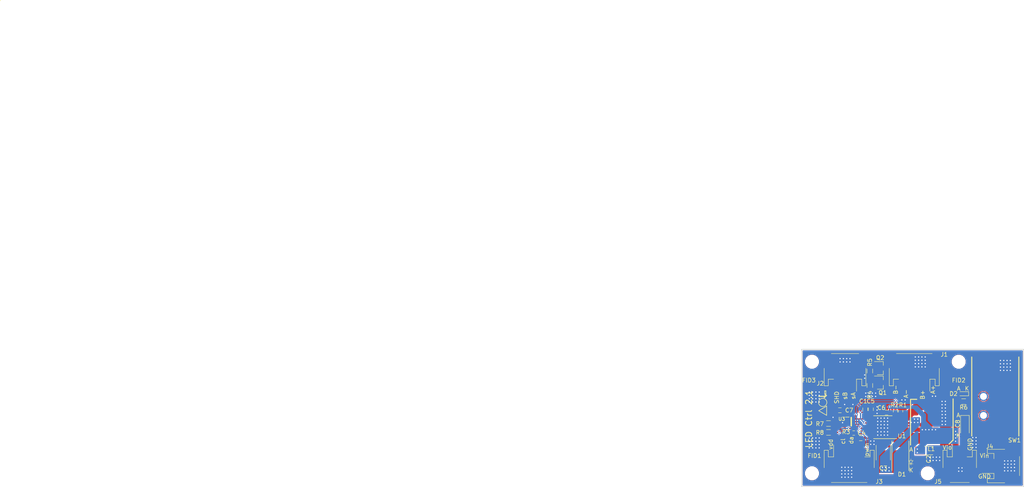
<source format=kicad_pcb>
(kicad_pcb (version 4) (host pcbnew 4.0.7)
  (layers (0 F.Cu signal) (31 B.Cu signal hide) (34 B.Paste user hide) (35 F.Paste user hide) (36 B.SilkS user hide) (37 F.SilkS user) (38 B.Mask user hide) (39 F.Mask user) (44 Edge.Cuts user))
  (net 0 "")
  (net 1 GND)
  (net 2 /v_out)
  (net 3 /SS)
  (net 4 /SW)
  (net 5 /induc)
  (net 6 /ovpset)
  (net 7 /R_t)
  (net 8 /V_batt)
  (net 9 /V_c)
  (net 10 "Net-(D2-Pad2)")
  (net 11 /pwm)
  (net 12 /SHDN)
  (net 13 /V_DD)
  (net 14 /SDA)
  (net 15 /SCL)
  (net 16 /V_ref)
  (net 17 /ctrl1)
  (net 18 /V_io)
  (net 19 /V_v-)
  (net 20 /V_w-)
  (net 21 /V_v+)
  (net 22 /Sig_V)
  (net 23 /Sig_W)
  (module footprints:SC-70-6 (layer F.Cu) (at 125.5 132.75)
    (fp_text reference U3 (at -2.3 -0.65) (layer F.SilkS) (effects (font (size 0.8 0.8))))
    (fp_text value AD5247)
    (pad 5 smd rect (at 0.95 0 180) (size 0.75 0.4) (layers F.Cu F.Paste F.Mask) (net 17 /ctrl1))
    (pad 1 smd rect (at -0.95 -0.65 180) (size 0.75 0.4) (layers F.Cu F.Paste F.Mask) (net 13 /V_DD))
    (pad 3 smd rect (at -0.95 0.65 180) (size 0.75 0.4) (layers F.Cu F.Paste F.Mask) (net 15 /SCL))
    (pad 2 smd rect (at -0.95 0 180) (size 0.75 0.4) (layers F.Cu F.Paste F.Mask) (net 1 GND))
    (pad 4 smd rect (at 0.95 0.65 180) (size 0.75 0.4) (layers F.Cu F.Paste F.Mask) (net 14 /SDA))
    (pad 6 smd rect (at 0.95 -0.65 180) (size 0.75 0.4) (layers F.Cu F.Paste F.Mask) (net 16 /V_ref))
  )
  (module footprints:VIA-0.6mm (layer F.Cu) (at 123.4 133)
    (fp_text reference REF** hide)
    (fp_text value VIA-0.6mm hide)
    (pad 1 thru_hole circle (at 0 0) (size 0.6 0.6) (drill 0.3) (layers *.Cu) (net 1 GND))
  )
  (module footprints:VIA-0.6mm (layer F.Cu) (at 145.9 134.7)
    (fp_text reference REF** hide)
    (fp_text value VIA-0.6mm hide)
    (pad 1 thru_hole circle (at 0 0) (size 0.6 0.6) (drill 0.3) (layers *.Cu) (net 18 /V_io))
  )
  (module footprints:VIA-0.6mm (layer F.Cu) (at 141.5 139.4)
    (fp_text reference REF** hide)
    (fp_text value VIA-0.6mm hide)
    (pad 1 thru_hole circle (at 0 0) (size 0.6 0.6) (drill 0.3) (layers *.Cu) (net 18 /V_io))
  )
  (module footprints:VIA-0.6mm (layer F.Cu) (at 141.5 140.25)
    (fp_text reference REF** hide)
    (fp_text value VIA-0.6mm hide)
    (pad 1 thru_hole circle (at 0 0) (size 0.6 0.6) (drill 0.3) (layers *.Cu) (net 18 /V_io))
  )
  (module Capacitors_Tantalum_SMD:CP_Tantalum_Case-A_EIA-3216-18_Reflow (layer F.Cu) (at 153 133.9 270)
    (fp_text reference C8 (at -0.65 1.75 270) (layer F.SilkS))
    (fp_text value 10u)
    (pad 1 smd rect (at -1.375 0 270) (size 1.95 1.5) (layers F.Cu F.Paste F.Mask) (net 18 /V_io))
    (pad 2 smd rect (at 1.375 0 270) (size 1.95 1.5) (layers F.Cu F.Paste F.Mask) (net 1 GND))
  )
  (module footprints:VIA-0.6mm (layer F.Cu) (at 137.75 127.5)
    (fp_text reference REF** hide)
    (fp_text value VIA-0.6mm hide)
    (pad 1 thru_hole circle (at 0 0) (size 0.6 0.6) (drill 0.3) (layers *.Cu) (net 1 GND))
  )
  (module footprints:VIA-0.6mm (layer F.Cu) (at 128.75 122.25)
    (fp_text reference REF** hide)
    (fp_text value VIA-0.6mm hide)
    (pad 1 thru_hole circle (at 0 0) (size 0.6 0.6) (drill 0.3) (layers *.Cu) (net 1 GND))
  )
  (module footprints:VIA-0.6mm (layer F.Cu) (at 128.75 121.45)
    (fp_text reference REF** hide)
    (fp_text value VIA-0.6mm hide)
    (pad 1 thru_hole circle (at 0 0) (size 0.6 0.6) (drill 0.3) (layers *.Cu) (net 1 GND))
  )
  (module footprints:VIA-0.6mm (layer F.Cu) (at 131.4 125.85)
    (fp_text reference REF** hide)
    (fp_text value VIA-0.6mm hide)
    (pad 1 thru_hole circle (at 0 0) (size 0.6 0.6) (drill 0.3) (layers *.Cu) (net 1 GND))
  )
  (module footprints:VIA-0.6mm (layer F.Cu) (at 131.4 126.65)
    (fp_text reference REF** hide)
    (fp_text value VIA-0.6mm hide)
    (pad 1 thru_hole circle (at 0 0) (size 0.6 0.6) (drill 0.3) (layers *.Cu) (net 1 GND))
  )
  (module footprints:VIA-0.6mm (layer F.Cu) (at 130.6 126.65)
    (fp_text reference REF** hide)
    (fp_text value VIA-0.6mm hide)
    (pad 1 thru_hole circle (at 0 0) (size 0.6 0.6) (drill 0.3) (layers *.Cu) (net 1 GND))
  )
  (module footprints:VIA-0.6mm (layer F.Cu) (at 130.6 125.85)
    (fp_text reference REF** hide)
    (fp_text value VIA-0.6mm hide)
    (pad 1 thru_hole circle (at 0 0) (size 0.6 0.6) (drill 0.3) (layers *.Cu) (net 1 GND))
  )
  (module footprints:VIA-0.6mm (layer F.Cu) (at 129 125.85)
    (fp_text reference REF** hide)
    (fp_text value VIA-0.6mm hide)
    (pad 1 thru_hole circle (at 0 0) (size 0.6 0.6) (drill 0.3) (layers *.Cu) (net 1 GND))
  )
  (module footprints:VIA-0.6mm (layer F.Cu) (at 129 126.65)
    (fp_text reference REF** hide)
    (fp_text value VIA-0.6mm hide)
    (pad 1 thru_hole circle (at 0 0) (size 0.6 0.6) (drill 0.3) (layers *.Cu) (net 1 GND))
  )
  (module footprints:VIA-0.6mm (layer F.Cu) (at 129.8 126.65)
    (fp_text reference REF** hide)
    (fp_text value VIA-0.6mm hide)
    (pad 1 thru_hole circle (at 0 0) (size 0.6 0.6) (drill 0.3) (layers *.Cu) (net 1 GND))
  )
  (module footprints:VIA-0.6mm (layer F.Cu) (at 129.8 125.85)
    (fp_text reference REF** hide)
    (fp_text value VIA-0.6mm hide)
    (pad 1 thru_hole circle (at 0 0) (size 0.6 0.6) (drill 0.3) (layers *.Cu) (net 1 GND))
  )
  (module footprints:VIA-0.6mm (layer F.Cu) (at 123.6 117.5)
    (fp_text reference REF** hide)
    (fp_text value VIA-0.6mm hide)
    (pad 1 thru_hole circle (at 0 0) (size 0.6 0.6) (drill 0.3) (layers *.Cu) (net 1 GND))
  )
  (module footprints:VIA-0.6mm (layer F.Cu) (at 123.6 118.3)
    (fp_text reference REF** hide)
    (fp_text value VIA-0.6mm hide)
    (pad 1 thru_hole circle (at 0 0) (size 0.6 0.6) (drill 0.3) (layers *.Cu) (net 1 GND))
  )
  (module footprints:VIA-0.6mm (layer F.Cu) (at 122.8 118.3)
    (fp_text reference REF** hide)
    (fp_text value VIA-0.6mm hide)
    (pad 1 thru_hole circle (at 0 0) (size 0.6 0.6) (drill 0.3) (layers *.Cu) (net 1 GND))
  )
  (module footprints:VIA-0.6mm (layer F.Cu) (at 122.8 117.5)
    (fp_text reference REF** hide)
    (fp_text value VIA-0.6mm hide)
    (pad 1 thru_hole circle (at 0 0) (size 0.6 0.6) (drill 0.3) (layers *.Cu) (net 1 GND))
  )
  (module footprints:VIA-0.6mm (layer F.Cu) (at 124.4 117.5)
    (fp_text reference REF** hide)
    (fp_text value VIA-0.6mm hide)
    (pad 1 thru_hole circle (at 0 0) (size 0.6 0.6) (drill 0.3) (layers *.Cu) (net 1 GND))
  )
  (module footprints:VIA-0.6mm (layer F.Cu) (at 124.4 118.3)
    (fp_text reference REF** hide)
    (fp_text value VIA-0.6mm hide)
    (pad 1 thru_hole circle (at 0 0) (size 0.6 0.6) (drill 0.3) (layers *.Cu) (net 1 GND))
  )
  (module footprints:VIA-0.6mm (layer F.Cu) (at 125.2 118.3)
    (fp_text reference REF** hide)
    (fp_text value VIA-0.6mm hide)
    (pad 1 thru_hole circle (at 0 0) (size 0.6 0.6) (drill 0.3) (layers *.Cu) (net 1 GND))
  )
  (module footprints:VIA-0.6mm (layer F.Cu) (at 125.2 117.5)
    (fp_text reference REF** hide)
    (fp_text value VIA-0.6mm hide)
    (pad 1 thru_hole circle (at 0 0) (size 0.6 0.6) (drill 0.3) (layers *.Cu) (net 1 GND))
  )
  (module Connectors_JST:JST_PH_S3B-PH-SM4-TB_03x2.00mm_Angled (layer F.Cu) (at 124 120.75 180)
    (fp_text reference J2 (at 6 -2.75 180) (layer F.SilkS))
    (fp_text value CONN_01X03)
    (pad 1 smd rect (at -2 -2.875 180) (size 1 3.5) (layers F.Cu F.Paste F.Mask) (net 22 /Sig_V))
    (pad 2 smd rect (at 0 -2.875 180) (size 1 3.5) (layers F.Cu F.Paste F.Mask) (net 23 /Sig_W))
    (pad 3 smd rect (at 2 -2.875 180) (size 1 3.5) (layers F.Cu F.Paste F.Mask) (net 12 /SHDN))
    (pad "" smd rect (at -4.35 2.875 180) (size 1.5 3.4) (layers F.Cu F.Paste F.Mask))
    (pad "" smd rect (at 4.35 2.875 180) (size 1.5 3.4) (layers F.Cu F.Paste F.Mask))
  )
  (module footprints:VIA-0.6mm (layer F.Cu) (at 123.9 128.6)
    (fp_text reference REF** hide)
    (fp_text value VIA-0.6mm hide)
    (pad 1 thru_hole circle (at 0 0) (size 0.6 0.6) (drill 0.3) (layers *.Cu) (net 1 GND))
  )
  (module footprints:VIA-0.6mm (layer F.Cu) (at 145.9 126.6)
    (fp_text reference REF** hide)
    (fp_text value VIA-0.6mm hide)
    (pad 1 thru_hole circle (at 0 0) (size 0.6 0.6) (drill 0.3) (layers *.Cu) (net 1 GND))
  )
  (module footprints:VIA-0.6mm (layer F.Cu) (at 145.15 126.6)
    (fp_text reference REF** hide)
    (fp_text value VIA-0.6mm hide)
    (pad 1 thru_hole circle (at 0 0) (size 0.6 0.6) (drill 0.3) (layers *.Cu) (net 1 GND))
  )
  (module footprints:VIA-0.6mm (layer F.Cu) (at 150.75 135.1)
    (fp_text reference REF** hide)
    (fp_text value VIA-0.6mm hide)
    (pad 1 thru_hole circle (at 0 0) (size 0.6 0.6) (drill 0.3) (layers *.Cu) (net 18 /V_io))
  )
  (module footprints:VIA-0.6mm (layer F.Cu) (at 150.75 136.7)
    (fp_text reference REF** hide)
    (fp_text value VIA-0.6mm hide)
    (pad 1 thru_hole circle (at 0 0) (size 0.6 0.6) (drill 0.3) (layers *.Cu) (net 18 /V_io))
  )
  (module footprints:VIA-0.6mm (layer F.Cu) (at 150.75 135.9)
    (fp_text reference REF** hide)
    (fp_text value VIA-0.6mm hide)
    (pad 1 thru_hole circle (at 0 0) (size 0.6 0.6) (drill 0.3) (layers *.Cu) (net 18 /V_io))
  )
  (module footprints:VIA-0.6mm (layer F.Cu) (at 150.75 137.5)
    (fp_text reference REF** hide)
    (fp_text value VIA-0.6mm hide)
    (pad 1 thru_hole circle (at 0 0) (size 0.6 0.6) (drill 0.3) (layers *.Cu) (net 18 /V_io))
  )
  (module footprints:VIA-0.6mm (layer F.Cu) (at 134.65 143.85)
    (fp_text reference REF** hide)
    (fp_text value VIA-0.6mm hide)
    (pad 1 thru_hole circle (at 0 0) (size 0.6 0.6) (drill 0.3) (layers *.Cu) (net 2 /v_out))
  )
  (module footprints:VIA-0.6mm (layer F.Cu) (at 140 132.95)
    (fp_text reference REF** hide)
    (fp_text value VIA-0.6mm hide)
    (pad 1 thru_hole circle (at 0 0) (size 0.6 0.6) (drill 0.3) (layers *.Cu) (net 2 /v_out))
  )
  (module footprints:VIA-0.6mm (layer F.Cu) (at 140.8 132.15)
    (fp_text reference REF** hide)
    (fp_text value VIA-0.6mm hide)
    (pad 1 thru_hole circle (at 0 0) (size 0.6 0.6) (drill 0.3) (layers *.Cu) (net 2 /v_out))
  )
  (module footprints:MountingHole_4-40_NPTH (layer F.Cu) (at 144 145.25)
    (fp_text reference REF** hide)
    (fp_text value MountingHole_4-40_NPTH hide)
    (pad "" np_thru_hole circle (at 0 0) (size 3 3) (drill 3) (layers *.Cu))
  )
  (module footprints:VIA-0.6mm (layer F.Cu) (at 151.5 144.75 90)
    (fp_text reference REF** hide)
    (fp_text value VIA-0.6mm hide)
    (pad 1 thru_hole circle (at 0 0 90) (size 0.6 0.6) (drill 0.3) (layers *.Cu) (net 1 GND))
  )
  (module footprints:VIA-0.6mm (layer F.Cu) (at 152.3 144.75 90)
    (fp_text reference REF** hide)
    (fp_text value VIA-0.6mm hide)
    (pad 1 thru_hole circle (at 0 0 90) (size 0.6 0.6) (drill 0.3) (layers *.Cu) (net 1 GND))
  )
  (module footprints:VIA-0.6mm (layer F.Cu) (at 152.3 143.95 90)
    (fp_text reference REF** hide)
    (fp_text value VIA-0.6mm hide)
    (pad 1 thru_hole circle (at 0 0 90) (size 0.6 0.6) (drill 0.3) (layers *.Cu) (net 1 GND))
  )
  (module footprints:VIA-0.6mm (layer F.Cu) (at 151.5 143.95 90)
    (fp_text reference REF** hide)
    (fp_text value VIA-0.6mm hide)
    (pad 1 thru_hole circle (at 0 0 90) (size 0.6 0.6) (drill 0.3) (layers *.Cu) (net 1 GND))
  )
  (module footprints:VIA-0.6mm (layer F.Cu) (at 131.75 129.15)
    (fp_text reference REF** hide)
    (fp_text value VIA-0.6mm hide)
    (pad 1 thru_hole circle (at 0 0) (size 0.6 0.6) (drill 0.3) (layers *.Cu) (net 1 GND))
  )
  (module footprints:VIA-0.6mm (layer F.Cu) (at 121.1 131.7)
    (fp_text reference REF** hide)
    (fp_text value VIA-0.6mm hide)
    (pad 1 thru_hole circle (at 0 0) (size 0.6 0.6) (drill 0.3) (layers *.Cu) (net 1 GND))
  )
  (module footprints:VIA-0.6mm (layer F.Cu) (at 125.9 128.6)
    (fp_text reference REF** hide)
    (fp_text value VIA-0.6mm hide)
    (pad 1 thru_hole circle (at 0 0) (size 0.6 0.6) (drill 0.3) (layers *.Cu) (net 1 GND))
  )
  (module footprints:VIA-0.6mm (layer F.Cu) (at 147.475 129.45)
    (fp_text reference REF** hide)
    (fp_text value VIA-0.6mm hide)
    (pad 1 thru_hole circle (at 0 0) (size 0.6 0.6) (drill 0.3) (layers *.Cu) (net 1 GND))
  )
  (module footprints:VIA-0.6mm (layer F.Cu) (at 147.475 130.25)
    (fp_text reference REF** hide)
    (fp_text value VIA-0.6mm hide)
    (pad 1 thru_hole circle (at 0 0) (size 0.6 0.6) (drill 0.3) (layers *.Cu) (net 1 GND))
  )
  (module footprints:VIA-0.6mm (layer F.Cu) (at 148.275 130.25)
    (fp_text reference REF** hide)
    (fp_text value VIA-0.6mm hide)
    (pad 1 thru_hole circle (at 0 0) (size 0.6 0.6) (drill 0.3) (layers *.Cu) (net 1 GND))
  )
  (module footprints:VIA-0.6mm (layer F.Cu) (at 148.275 129.45)
    (fp_text reference REF** hide)
    (fp_text value VIA-0.6mm hide)
    (pad 1 thru_hole circle (at 0 0) (size 0.6 0.6) (drill 0.3) (layers *.Cu) (net 1 GND))
  )
  (module footprints:VIA-0.6mm (layer F.Cu) (at 148.275 127.85)
    (fp_text reference REF** hide)
    (fp_text value VIA-0.6mm hide)
    (pad 1 thru_hole circle (at 0 0) (size 0.6 0.6) (drill 0.3) (layers *.Cu) (net 1 GND))
  )
  (module footprints:VIA-0.6mm (layer F.Cu) (at 148.275 128.65)
    (fp_text reference REF** hide)
    (fp_text value VIA-0.6mm hide)
    (pad 1 thru_hole circle (at 0 0) (size 0.6 0.6) (drill 0.3) (layers *.Cu) (net 1 GND))
  )
  (module footprints:VIA-0.6mm (layer F.Cu) (at 147.475 128.65)
    (fp_text reference REF** hide)
    (fp_text value VIA-0.6mm hide)
    (pad 1 thru_hole circle (at 0 0) (size 0.6 0.6) (drill 0.3) (layers *.Cu) (net 1 GND))
  )
  (module footprints:VIA-0.6mm (layer F.Cu) (at 147.475 127.85)
    (fp_text reference REF** hide)
    (fp_text value VIA-0.6mm hide)
    (pad 1 thru_hole circle (at 0 0) (size 0.6 0.6) (drill 0.3) (layers *.Cu) (net 1 GND))
  )
  (module footprints:VIA-0.6mm (layer F.Cu) (at 148.3 132.65)
    (fp_text reference REF** hide)
    (fp_text value VIA-0.6mm hide)
    (pad 1 thru_hole circle (at 0 0) (size 0.6 0.6) (drill 0.3) (layers *.Cu) (net 1 GND))
  )
  (module footprints:VIA-0.6mm (layer F.Cu) (at 148.3 133.45)
    (fp_text reference REF** hide)
    (fp_text value VIA-0.6mm hide)
    (pad 1 thru_hole circle (at 0 0) (size 0.6 0.6) (drill 0.3) (layers *.Cu) (net 1 GND))
  )
  (module footprints:VIA-0.6mm (layer F.Cu) (at 147.5 133.45)
    (fp_text reference REF** hide)
    (fp_text value VIA-0.6mm hide)
    (pad 1 thru_hole circle (at 0 0) (size 0.6 0.6) (drill 0.3) (layers *.Cu) (net 1 GND))
  )
  (module footprints:VIA-0.6mm (layer F.Cu) (at 147.5 132.65)
    (fp_text reference REF** hide)
    (fp_text value VIA-0.6mm hide)
    (pad 1 thru_hole circle (at 0 0) (size 0.6 0.6) (drill 0.3) (layers *.Cu) (net 1 GND))
  )
  (module footprints:VIA-0.6mm (layer F.Cu) (at 155.7 137.4 180)
    (fp_text reference REF** hide)
    (fp_text value VIA-0.6mm hide)
    (pad 1 thru_hole circle (at 0 0 180) (size 0.6 0.6) (drill 0.3) (layers *.Cu) (net 1 GND))
  )
  (module footprints:VIA-0.6mm (layer F.Cu) (at 155.7 136.6 180)
    (fp_text reference REF** hide)
    (fp_text value VIA-0.6mm hide)
    (pad 1 thru_hole circle (at 0 0 180) (size 0.6 0.6) (drill 0.3) (layers *.Cu) (net 1 GND))
  )
  (module footprints:VIA-0.6mm (layer F.Cu) (at 154.9 136.6 180)
    (fp_text reference REF** hide)
    (fp_text value VIA-0.6mm hide)
    (pad 1 thru_hole circle (at 0 0 180) (size 0.6 0.6) (drill 0.3) (layers *.Cu) (net 1 GND))
  )
  (module footprints:VIA-0.6mm (layer F.Cu) (at 154.9 137.4 180)
    (fp_text reference REF** hide)
    (fp_text value VIA-0.6mm hide)
    (pad 1 thru_hole circle (at 0 0 180) (size 0.6 0.6) (drill 0.3) (layers *.Cu) (net 1 GND))
  )
  (module footprints:VIA-0.6mm (layer F.Cu) (at 154.9 139 180)
    (fp_text reference REF** hide)
    (fp_text value VIA-0.6mm hide)
    (pad 1 thru_hole circle (at 0 0 180) (size 0.6 0.6) (drill 0.3) (layers *.Cu) (net 1 GND))
  )
  (module footprints:VIA-0.6mm (layer F.Cu) (at 154.9 138.2 180)
    (fp_text reference REF** hide)
    (fp_text value VIA-0.6mm hide)
    (pad 1 thru_hole circle (at 0 0 180) (size 0.6 0.6) (drill 0.3) (layers *.Cu) (net 1 GND))
  )
  (module footprints:VIA-0.6mm (layer F.Cu) (at 155.7 138.2 180)
    (fp_text reference REF** hide)
    (fp_text value VIA-0.6mm hide)
    (pad 1 thru_hole circle (at 0 0 180) (size 0.6 0.6) (drill 0.3) (layers *.Cu) (net 1 GND))
  )
  (module footprints:VIA-0.6mm (layer F.Cu) (at 155.7 139 180)
    (fp_text reference REF** hide)
    (fp_text value VIA-0.6mm hide)
    (pad 1 thru_hole circle (at 0 0 180) (size 0.6 0.6) (drill 0.3) (layers *.Cu) (net 1 GND))
  )
  (module footprints:VIA-0.6mm (layer F.Cu) (at 147.5 131.05)
    (fp_text reference REF** hide)
    (fp_text value VIA-0.6mm hide)
    (pad 1 thru_hole circle (at 0 0) (size 0.6 0.6) (drill 0.3) (layers *.Cu) (net 1 GND))
  )
  (module footprints:VIA-0.6mm (layer F.Cu) (at 147.5 131.85)
    (fp_text reference REF** hide)
    (fp_text value VIA-0.6mm hide)
    (pad 1 thru_hole circle (at 0 0) (size 0.6 0.6) (drill 0.3) (layers *.Cu) (net 1 GND))
  )
  (module footprints:VIA-0.6mm (layer F.Cu) (at 148.3 131.85)
    (fp_text reference REF** hide)
    (fp_text value VIA-0.6mm hide)
    (pad 1 thru_hole circle (at 0 0) (size 0.6 0.6) (drill 0.3) (layers *.Cu) (net 1 GND))
  )
  (module footprints:VIA-0.6mm (layer F.Cu) (at 148.3 131.05)
    (fp_text reference REF** hide)
    (fp_text value VIA-0.6mm hide)
    (pad 1 thru_hole circle (at 0 0) (size 0.6 0.6) (drill 0.3) (layers *.Cu) (net 1 GND))
  )
  (module footprints:VIA-0.6mm (layer F.Cu) (at 143.4 117.1)
    (fp_text reference REF** hide)
    (fp_text value VIA-0.6mm hide)
    (pad 1 thru_hole circle (at 0 0) (size 0.6 0.6) (drill 0.3) (layers *.Cu) (net 1 GND))
  )
  (module footprints:VIA-0.6mm (layer F.Cu) (at 143.4 117.9)
    (fp_text reference REF** hide)
    (fp_text value VIA-0.6mm hide)
    (pad 1 thru_hole circle (at 0 0) (size 0.6 0.6) (drill 0.3) (layers *.Cu) (net 1 GND))
  )
  (module footprints:VIA-0.6mm (layer F.Cu) (at 142.6 117.9)
    (fp_text reference REF** hide)
    (fp_text value VIA-0.6mm hide)
    (pad 1 thru_hole circle (at 0 0) (size 0.6 0.6) (drill 0.3) (layers *.Cu) (net 1 GND))
  )
  (module footprints:VIA-0.6mm (layer F.Cu) (at 142.6 117.1)
    (fp_text reference REF** hide)
    (fp_text value VIA-0.6mm hide)
    (pad 1 thru_hole circle (at 0 0) (size 0.6 0.6) (drill 0.3) (layers *.Cu) (net 1 GND))
  )
  (module footprints:VIA-0.6mm (layer F.Cu) (at 141 117.1)
    (fp_text reference REF** hide)
    (fp_text value VIA-0.6mm hide)
    (pad 1 thru_hole circle (at 0 0) (size 0.6 0.6) (drill 0.3) (layers *.Cu) (net 1 GND))
  )
  (module footprints:VIA-0.6mm (layer F.Cu) (at 141 117.9)
    (fp_text reference REF** hide)
    (fp_text value VIA-0.6mm hide)
    (pad 1 thru_hole circle (at 0 0) (size 0.6 0.6) (drill 0.3) (layers *.Cu) (net 1 GND))
  )
  (module footprints:VIA-0.6mm (layer F.Cu) (at 141.8 117.9)
    (fp_text reference REF** hide)
    (fp_text value VIA-0.6mm hide)
    (pad 1 thru_hole circle (at 0 0) (size 0.6 0.6) (drill 0.3) (layers *.Cu) (net 1 GND))
  )
  (module footprints:VIA-0.6mm (layer F.Cu) (at 141.8 117.1)
    (fp_text reference REF** hide)
    (fp_text value VIA-0.6mm hide)
    (pad 1 thru_hole circle (at 0 0) (size 0.6 0.6) (drill 0.3) (layers *.Cu) (net 1 GND))
  )
  (module footprints:VIA-0.6mm (layer F.Cu) (at 141.8 118.7)
    (fp_text reference REF** hide)
    (fp_text value VIA-0.6mm hide)
    (pad 1 thru_hole circle (at 0 0) (size 0.6 0.6) (drill 0.3) (layers *.Cu) (net 1 GND))
  )
  (module footprints:VIA-0.6mm (layer F.Cu) (at 141.8 119.5)
    (fp_text reference REF** hide)
    (fp_text value VIA-0.6mm hide)
    (pad 1 thru_hole circle (at 0 0) (size 0.6 0.6) (drill 0.3) (layers *.Cu) (net 1 GND))
  )
  (module footprints:VIA-0.6mm (layer F.Cu) (at 141 119.5)
    (fp_text reference REF** hide)
    (fp_text value VIA-0.6mm hide)
    (pad 1 thru_hole circle (at 0 0) (size 0.6 0.6) (drill 0.3) (layers *.Cu) (net 1 GND))
  )
  (module footprints:VIA-0.6mm (layer F.Cu) (at 141 118.7)
    (fp_text reference REF** hide)
    (fp_text value VIA-0.6mm hide)
    (pad 1 thru_hole circle (at 0 0) (size 0.6 0.6) (drill 0.3) (layers *.Cu) (net 1 GND))
  )
  (module footprints:VIA-0.6mm (layer F.Cu) (at 142.6 118.7)
    (fp_text reference REF** hide)
    (fp_text value VIA-0.6mm hide)
    (pad 1 thru_hole circle (at 0 0) (size 0.6 0.6) (drill 0.3) (layers *.Cu) (net 1 GND))
  )
  (module footprints:VIA-0.6mm (layer F.Cu) (at 142.6 119.5)
    (fp_text reference REF** hide)
    (fp_text value VIA-0.6mm hide)
    (pad 1 thru_hole circle (at 0 0) (size 0.6 0.6) (drill 0.3) (layers *.Cu) (net 1 GND))
  )
  (module footprints:VIA-0.6mm (layer F.Cu) (at 143.4 119.5)
    (fp_text reference REF** hide)
    (fp_text value VIA-0.6mm hide)
    (pad 1 thru_hole circle (at 0 0) (size 0.6 0.6) (drill 0.3) (layers *.Cu) (net 1 GND))
  )
  (module footprints:VIA-0.6mm (layer F.Cu) (at 143.4 118.7)
    (fp_text reference REF** hide)
    (fp_text value VIA-0.6mm hide)
    (pad 1 thru_hole circle (at 0 0) (size 0.6 0.6) (drill 0.3) (layers *.Cu) (net 1 GND))
  )
  (module footprints:VIA-0.6mm (layer F.Cu) (at 146.9 141.35)
    (fp_text reference REF** hide)
    (fp_text value VIA-0.6mm hide)
    (pad 1 thru_hole circle (at 0 0) (size 0.6 0.6) (drill 0.3) (layers *.Cu) (net 1 GND))
  )
  (module footprints:VIA-0.6mm (layer F.Cu) (at 146.9 142.15)
    (fp_text reference REF** hide)
    (fp_text value VIA-0.6mm hide)
    (pad 1 thru_hole circle (at 0 0) (size 0.6 0.6) (drill 0.3) (layers *.Cu) (net 1 GND))
  )
  (module footprints:VIA-0.6mm (layer F.Cu) (at 146.1 142.15)
    (fp_text reference REF** hide)
    (fp_text value VIA-0.6mm hide)
    (pad 1 thru_hole circle (at 0 0) (size 0.6 0.6) (drill 0.3) (layers *.Cu) (net 1 GND))
  )
  (module footprints:VIA-0.6mm (layer F.Cu) (at 146.1 141.35)
    (fp_text reference REF** hide)
    (fp_text value VIA-0.6mm hide)
    (pad 1 thru_hole circle (at 0 0) (size 0.6 0.6) (drill 0.3) (layers *.Cu) (net 1 GND))
  )
  (module footprints:VIA-0.6mm (layer F.Cu) (at 144.5 141.35)
    (fp_text reference REF** hide)
    (fp_text value VIA-0.6mm hide)
    (pad 1 thru_hole circle (at 0 0) (size 0.6 0.6) (drill 0.3) (layers *.Cu) (net 1 GND))
  )
  (module footprints:VIA-0.6mm (layer F.Cu) (at 144.5 142.15)
    (fp_text reference REF** hide)
    (fp_text value VIA-0.6mm hide)
    (pad 1 thru_hole circle (at 0 0) (size 0.6 0.6) (drill 0.3) (layers *.Cu) (net 1 GND))
  )
  (module footprints:VIA-0.6mm (layer F.Cu) (at 145.3 142.15)
    (fp_text reference REF** hide)
    (fp_text value VIA-0.6mm hide)
    (pad 1 thru_hole circle (at 0 0) (size 0.6 0.6) (drill 0.3) (layers *.Cu) (net 1 GND))
  )
  (module footprints:VIA-0.6mm (layer F.Cu) (at 145.3 141.35)
    (fp_text reference REF** hide)
    (fp_text value VIA-0.6mm hide)
    (pad 1 thru_hole circle (at 0 0) (size 0.6 0.6) (drill 0.3) (layers *.Cu) (net 1 GND))
  )
  (module footprints:VIA-0.6mm (layer F.Cu) (at 125.6 143.8)
    (fp_text reference REF** hide)
    (fp_text value VIA-0.6mm hide)
    (pad 1 thru_hole circle (at 0 0) (size 0.6 0.6) (drill 0.3) (layers *.Cu) (net 1 GND))
  )
  (module footprints:VIA-0.6mm (layer F.Cu) (at 125.6 144.6)
    (fp_text reference REF** hide)
    (fp_text value VIA-0.6mm hide)
    (pad 1 thru_hole circle (at 0 0) (size 0.6 0.6) (drill 0.3) (layers *.Cu) (net 1 GND))
  )
  (module footprints:VIA-0.6mm (layer F.Cu) (at 124.8 144.6)
    (fp_text reference REF** hide)
    (fp_text value VIA-0.6mm hide)
    (pad 1 thru_hole circle (at 0 0) (size 0.6 0.6) (drill 0.3) (layers *.Cu) (net 1 GND))
  )
  (module footprints:VIA-0.6mm (layer F.Cu) (at 124.8 143.8)
    (fp_text reference REF** hide)
    (fp_text value VIA-0.6mm hide)
    (pad 1 thru_hole circle (at 0 0) (size 0.6 0.6) (drill 0.3) (layers *.Cu) (net 1 GND))
  )
  (module footprints:VIA-0.6mm (layer F.Cu) (at 123.2 143.8)
    (fp_text reference REF** hide)
    (fp_text value VIA-0.6mm hide)
    (pad 1 thru_hole circle (at 0 0) (size 0.6 0.6) (drill 0.3) (layers *.Cu) (net 1 GND))
  )
  (module footprints:VIA-0.6mm (layer F.Cu) (at 123.2 144.6)
    (fp_text reference REF** hide)
    (fp_text value VIA-0.6mm hide)
    (pad 1 thru_hole circle (at 0 0) (size 0.6 0.6) (drill 0.3) (layers *.Cu) (net 1 GND))
  )
  (module footprints:VIA-0.6mm (layer F.Cu) (at 124 144.6)
    (fp_text reference REF** hide)
    (fp_text value VIA-0.6mm hide)
    (pad 1 thru_hole circle (at 0 0) (size 0.6 0.6) (drill 0.3) (layers *.Cu) (net 1 GND))
  )
  (module footprints:VIA-0.6mm (layer F.Cu) (at 124 143.8)
    (fp_text reference REF** hide)
    (fp_text value VIA-0.6mm hide)
    (pad 1 thru_hole circle (at 0 0) (size 0.6 0.6) (drill 0.3) (layers *.Cu) (net 1 GND))
  )
  (module footprints:VIA-0.6mm (layer F.Cu) (at 124 145.4)
    (fp_text reference REF** hide)
    (fp_text value VIA-0.6mm hide)
    (pad 1 thru_hole circle (at 0 0) (size 0.6 0.6) (drill 0.3) (layers *.Cu) (net 1 GND))
  )
  (module footprints:VIA-0.6mm (layer F.Cu) (at 124 146.2)
    (fp_text reference REF** hide)
    (fp_text value VIA-0.6mm hide)
    (pad 1 thru_hole circle (at 0 0) (size 0.6 0.6) (drill 0.3) (layers *.Cu) (net 1 GND))
  )
  (module footprints:VIA-0.6mm (layer F.Cu) (at 123.2 146.2)
    (fp_text reference REF** hide)
    (fp_text value VIA-0.6mm hide)
    (pad 1 thru_hole circle (at 0 0) (size 0.6 0.6) (drill 0.3) (layers *.Cu) (net 1 GND))
  )
  (module footprints:VIA-0.6mm (layer F.Cu) (at 123.2 145.4)
    (fp_text reference REF** hide)
    (fp_text value VIA-0.6mm hide)
    (pad 1 thru_hole circle (at 0 0) (size 0.6 0.6) (drill 0.3) (layers *.Cu) (net 1 GND))
  )
  (module footprints:VIA-0.6mm (layer F.Cu) (at 124.8 145.4)
    (fp_text reference REF** hide)
    (fp_text value VIA-0.6mm hide)
    (pad 1 thru_hole circle (at 0 0) (size 0.6 0.6) (drill 0.3) (layers *.Cu) (net 1 GND))
  )
  (module footprints:VIA-0.6mm (layer F.Cu) (at 124.8 146.2)
    (fp_text reference REF** hide)
    (fp_text value VIA-0.6mm hide)
    (pad 1 thru_hole circle (at 0 0) (size 0.6 0.6) (drill 0.3) (layers *.Cu) (net 1 GND))
  )
  (module footprints:VIA-0.6mm (layer F.Cu) (at 125.6 146.2)
    (fp_text reference REF** hide)
    (fp_text value VIA-0.6mm hide)
    (pad 1 thru_hole circle (at 0 0) (size 0.6 0.6) (drill 0.3) (layers *.Cu) (net 1 GND))
  )
  (module footprints:VIA-0.6mm (layer F.Cu) (at 125.6 145.4)
    (fp_text reference REF** hide)
    (fp_text value VIA-0.6mm hide)
    (pad 1 thru_hole circle (at 0 0) (size 0.6 0.6) (drill 0.3) (layers *.Cu) (net 1 GND))
  )
  (module footprints:VIA-0.6mm (layer F.Cu) (at 133.85 143.85)
    (fp_text reference REF** hide)
    (fp_text value VIA-0.6mm hide)
    (pad 1 thru_hole circle (at 0 0) (size 0.6 0.6) (drill 0.3) (layers *.Cu) (net 2 /v_out))
  )
  (module footprints:VIA-0.6mm (layer F.Cu) (at 133.05 143.85)
    (fp_text reference REF** hide)
    (fp_text value VIA-0.6mm hide)
    (pad 1 thru_hole circle (at 0 0) (size 0.6 0.6) (drill 0.3) (layers *.Cu) (net 2 /v_out))
  )
  (module footprints:VIA-0.6mm (layer F.Cu) (at 133.05 144.65)
    (fp_text reference REF** hide)
    (fp_text value VIA-0.6mm hide)
    (pad 1 thru_hole circle (at 0 0) (size 0.6 0.6) (drill 0.3) (layers *.Cu) (net 2 /v_out))
  )
  (module footprints:VIA-0.6mm (layer F.Cu) (at 133.85 144.65)
    (fp_text reference REF** hide)
    (fp_text value VIA-0.6mm hide)
    (pad 1 thru_hole circle (at 0 0) (size 0.6 0.6) (drill 0.3) (layers *.Cu) (net 2 /v_out))
  )
  (module footprints:VIA-0.6mm (layer F.Cu) (at 134.65 144.65)
    (fp_text reference REF** hide)
    (fp_text value VIA-0.6mm hide)
    (pad 1 thru_hole circle (at 0 0) (size 0.6 0.6) (drill 0.3) (layers *.Cu) (net 2 /v_out))
  )
  (module footprints:VIA-0.6mm (layer F.Cu) (at 131.75 130.75)
    (fp_text reference REF** hide)
    (fp_text value VIA-0.6mm hide)
    (pad 1 thru_hole circle (at 0 0) (size 0.6 0.6) (drill 0.3) (layers *.Cu) (net 1 GND))
  )
  (module footprints:VIA-0.6mm (layer F.Cu) (at 131.75 129.95)
    (fp_text reference REF** hide)
    (fp_text value VIA-0.6mm hide)
    (pad 1 thru_hole circle (at 0 0) (size 0.6 0.6) (drill 0.3) (layers *.Cu) (net 1 GND))
  )
  (module footprints:VIA-0.6mm (layer F.Cu) (at 132.7 135.2)
    (fp_text reference REF** hide)
    (fp_text value VIA-0.6mm hide)
    (pad 1 thru_hole circle (at 0 0) (size 0.6 0.6) (drill 0.3) (layers *.Cu) (net 1 GND))
  )
  (module footprints:VIA-0.6mm (layer F.Cu) (at 132.7 136)
    (fp_text reference REF** hide)
    (fp_text value VIA-0.6mm hide)
    (pad 1 thru_hole circle (at 0 0) (size 0.6 0.6) (drill 0.3) (layers *.Cu) (net 1 GND))
  )
  (module footprints:VIA-0.6mm (layer F.Cu) (at 131.9 136)
    (fp_text reference REF** hide)
    (fp_text value VIA-0.6mm hide)
    (pad 1 thru_hole circle (at 0 0) (size 0.6 0.6) (drill 0.3) (layers *.Cu) (net 1 GND))
  )
  (module footprints:VIA-0.6mm (layer F.Cu) (at 131.9 135.2)
    (fp_text reference REF** hide)
    (fp_text value VIA-0.6mm hide)
    (pad 1 thru_hole circle (at 0 0) (size 0.6 0.6) (drill 0.3) (layers *.Cu) (net 1 GND))
  )
  (module footprints:VIA-0.6mm (layer F.Cu) (at 133.5 135.2)
    (fp_text reference REF** hide)
    (fp_text value VIA-0.6mm hide)
    (pad 1 thru_hole circle (at 0 0) (size 0.6 0.6) (drill 0.3) (layers *.Cu) (net 1 GND))
  )
  (module footprints:VIA-0.6mm (layer F.Cu) (at 133.5 136)
    (fp_text reference REF** hide)
    (fp_text value VIA-0.6mm hide)
    (pad 1 thru_hole circle (at 0 0) (size 0.6 0.6) (drill 0.3) (layers *.Cu) (net 1 GND))
  )
  (module footprints:VIA-0.6mm (layer F.Cu) (at 134.3 136)
    (fp_text reference REF** hide)
    (fp_text value VIA-0.6mm hide)
    (pad 1 thru_hole circle (at 0 0) (size 0.6 0.6) (drill 0.3) (layers *.Cu) (net 1 GND))
  )
  (module footprints:VIA-0.6mm (layer F.Cu) (at 134.3 135.2)
    (fp_text reference REF** hide)
    (fp_text value VIA-0.6mm hide)
    (pad 1 thru_hole circle (at 0 0) (size 0.6 0.6) (drill 0.3) (layers *.Cu) (net 1 GND))
  )
  (module footprints:VIA-0.6mm (layer F.Cu) (at 164 119.55)
    (fp_text reference REF** hide)
    (fp_text value VIA-0.6mm hide)
    (pad 1 thru_hole circle (at 0 0) (size 0.6 0.6) (drill 0.3) (layers *.Cu) (net 1 GND))
  )
  (module footprints:VIA-0.6mm (layer F.Cu) (at 164 120.35)
    (fp_text reference REF** hide)
    (fp_text value VIA-0.6mm hide)
    (pad 1 thru_hole circle (at 0 0) (size 0.6 0.6) (drill 0.3) (layers *.Cu) (net 1 GND))
  )
  (module footprints:VIA-0.6mm (layer F.Cu) (at 163.2 120.35)
    (fp_text reference REF** hide)
    (fp_text value VIA-0.6mm hide)
    (pad 1 thru_hole circle (at 0 0) (size 0.6 0.6) (drill 0.3) (layers *.Cu) (net 1 GND))
  )
  (module footprints:VIA-0.6mm (layer F.Cu) (at 163.2 119.55)
    (fp_text reference REF** hide)
    (fp_text value VIA-0.6mm hide)
    (pad 1 thru_hole circle (at 0 0) (size 0.6 0.6) (drill 0.3) (layers *.Cu) (net 1 GND))
  )
  (module footprints:VIA-0.6mm (layer F.Cu) (at 161.6 119.55)
    (fp_text reference REF** hide)
    (fp_text value VIA-0.6mm hide)
    (pad 1 thru_hole circle (at 0 0) (size 0.6 0.6) (drill 0.3) (layers *.Cu) (net 1 GND))
  )
  (module footprints:VIA-0.6mm (layer F.Cu) (at 161.6 120.35)
    (fp_text reference REF** hide)
    (fp_text value VIA-0.6mm hide)
    (pad 1 thru_hole circle (at 0 0) (size 0.6 0.6) (drill 0.3) (layers *.Cu) (net 1 GND))
  )
  (module footprints:VIA-0.6mm (layer F.Cu) (at 162.4 120.35)
    (fp_text reference REF** hide)
    (fp_text value VIA-0.6mm hide)
    (pad 1 thru_hole circle (at 0 0) (size 0.6 0.6) (drill 0.3) (layers *.Cu) (net 1 GND))
  )
  (module footprints:VIA-0.6mm (layer F.Cu) (at 162.4 119.55)
    (fp_text reference REF** hide)
    (fp_text value VIA-0.6mm hide)
    (pad 1 thru_hole circle (at 0 0) (size 0.6 0.6) (drill 0.3) (layers *.Cu) (net 1 GND))
  )
  (module footprints:VIA-0.6mm (layer F.Cu) (at 162.4 117.95)
    (fp_text reference REF** hide)
    (fp_text value VIA-0.6mm hide)
    (pad 1 thru_hole circle (at 0 0) (size 0.6 0.6) (drill 0.3) (layers *.Cu) (net 1 GND))
  )
  (module footprints:VIA-0.6mm (layer F.Cu) (at 162.4 118.75)
    (fp_text reference REF** hide)
    (fp_text value VIA-0.6mm hide)
    (pad 1 thru_hole circle (at 0 0) (size 0.6 0.6) (drill 0.3) (layers *.Cu) (net 1 GND))
  )
  (module footprints:VIA-0.6mm (layer F.Cu) (at 161.6 118.75)
    (fp_text reference REF** hide)
    (fp_text value VIA-0.6mm hide)
    (pad 1 thru_hole circle (at 0 0) (size 0.6 0.6) (drill 0.3) (layers *.Cu) (net 1 GND))
  )
  (module footprints:VIA-0.6mm (layer F.Cu) (at 161.6 117.95)
    (fp_text reference REF** hide)
    (fp_text value VIA-0.6mm hide)
    (pad 1 thru_hole circle (at 0 0) (size 0.6 0.6) (drill 0.3) (layers *.Cu) (net 1 GND))
  )
  (module footprints:VIA-0.6mm (layer F.Cu) (at 163.2 117.95)
    (fp_text reference REF** hide)
    (fp_text value VIA-0.6mm hide)
    (pad 1 thru_hole circle (at 0 0) (size 0.6 0.6) (drill 0.3) (layers *.Cu) (net 1 GND))
  )
  (module footprints:VIA-0.6mm (layer F.Cu) (at 163.2 118.75)
    (fp_text reference REF** hide)
    (fp_text value VIA-0.6mm hide)
    (pad 1 thru_hole circle (at 0 0) (size 0.6 0.6) (drill 0.3) (layers *.Cu) (net 1 GND))
  )
  (module footprints:VIA-0.6mm (layer F.Cu) (at 164 118.75)
    (fp_text reference REF** hide)
    (fp_text value VIA-0.6mm hide)
    (pad 1 thru_hole circle (at 0 0) (size 0.6 0.6) (drill 0.3) (layers *.Cu) (net 1 GND))
  )
  (module footprints:VIA-0.6mm (layer F.Cu) (at 164 117.95)
    (fp_text reference REF** hide)
    (fp_text value VIA-0.6mm hide)
    (pad 1 thru_hole circle (at 0 0) (size 0.6 0.6) (drill 0.3) (layers *.Cu) (net 1 GND))
  )
  (module footprints:VIA-0.6mm (layer F.Cu) (at 117.75 125.6)
    (fp_text reference REF** hide)
    (fp_text value VIA-0.6mm hide)
    (pad 1 thru_hole circle (at 0 0) (size 0.6 0.6) (drill 0.3) (layers *.Cu) (net 1 GND))
  )
  (module footprints:VIA-0.6mm (layer F.Cu) (at 117.75 126.4)
    (fp_text reference REF** hide)
    (fp_text value VIA-0.6mm hide)
    (pad 1 thru_hole circle (at 0 0) (size 0.6 0.6) (drill 0.3) (layers *.Cu) (net 1 GND))
  )
  (module footprints:VIA-0.6mm (layer F.Cu) (at 116.95 126.4)
    (fp_text reference REF** hide)
    (fp_text value VIA-0.6mm hide)
    (pad 1 thru_hole circle (at 0 0) (size 0.6 0.6) (drill 0.3) (layers *.Cu) (net 1 GND))
  )
  (module footprints:VIA-0.6mm (layer F.Cu) (at 116.95 125.6)
    (fp_text reference REF** hide)
    (fp_text value VIA-0.6mm hide)
    (pad 1 thru_hole circle (at 0 0) (size 0.6 0.6) (drill 0.3) (layers *.Cu) (net 1 GND))
  )
  (module footprints:VIA-0.6mm (layer F.Cu) (at 115.35 125.6)
    (fp_text reference REF** hide)
    (fp_text value VIA-0.6mm hide)
    (pad 1 thru_hole circle (at 0 0) (size 0.6 0.6) (drill 0.3) (layers *.Cu) (net 1 GND))
  )
  (module footprints:VIA-0.6mm (layer F.Cu) (at 115.35 126.4)
    (fp_text reference REF** hide)
    (fp_text value VIA-0.6mm hide)
    (pad 1 thru_hole circle (at 0 0) (size 0.6 0.6) (drill 0.3) (layers *.Cu) (net 1 GND))
  )
  (module footprints:VIA-0.6mm (layer F.Cu) (at 116.15 126.4)
    (fp_text reference REF** hide)
    (fp_text value VIA-0.6mm hide)
    (pad 1 thru_hole circle (at 0 0) (size 0.6 0.6) (drill 0.3) (layers *.Cu) (net 1 GND))
  )
  (module footprints:VIA-0.6mm (layer F.Cu) (at 116.15 125.6)
    (fp_text reference REF** hide)
    (fp_text value VIA-0.6mm hide)
    (pad 1 thru_hole circle (at 0 0) (size 0.6 0.6) (drill 0.3) (layers *.Cu) (net 1 GND))
  )
  (module footprints:VIA-0.6mm (layer F.Cu) (at 116.15 127.2)
    (fp_text reference REF** hide)
    (fp_text value VIA-0.6mm hide)
    (pad 1 thru_hole circle (at 0 0) (size 0.6 0.6) (drill 0.3) (layers *.Cu) (net 1 GND))
  )
  (module footprints:VIA-0.6mm (layer F.Cu) (at 116.15 128)
    (fp_text reference REF** hide)
    (fp_text value VIA-0.6mm hide)
    (pad 1 thru_hole circle (at 0 0) (size 0.6 0.6) (drill 0.3) (layers *.Cu) (net 1 GND))
  )
  (module footprints:VIA-0.6mm (layer F.Cu) (at 115.35 128)
    (fp_text reference REF** hide)
    (fp_text value VIA-0.6mm hide)
    (pad 1 thru_hole circle (at 0 0) (size 0.6 0.6) (drill 0.3) (layers *.Cu) (net 1 GND))
  )
  (module footprints:VIA-0.6mm (layer F.Cu) (at 115.35 127.2)
    (fp_text reference REF** hide)
    (fp_text value VIA-0.6mm hide)
    (pad 1 thru_hole circle (at 0 0) (size 0.6 0.6) (drill 0.3) (layers *.Cu) (net 1 GND))
  )
  (module footprints:VIA-0.6mm (layer F.Cu) (at 116.95 127.2)
    (fp_text reference REF** hide)
    (fp_text value VIA-0.6mm hide)
    (pad 1 thru_hole circle (at 0 0) (size 0.6 0.6) (drill 0.3) (layers *.Cu) (net 1 GND))
  )
  (module footprints:VIA-0.6mm (layer F.Cu) (at 116.95 128)
    (fp_text reference REF** hide)
    (fp_text value VIA-0.6mm hide)
    (pad 1 thru_hole circle (at 0 0) (size 0.6 0.6) (drill 0.3) (layers *.Cu) (net 1 GND))
  )
  (module footprints:VIA-0.6mm (layer F.Cu) (at 117.75 128)
    (fp_text reference REF** hide)
    (fp_text value VIA-0.6mm hide)
    (pad 1 thru_hole circle (at 0 0) (size 0.6 0.6) (drill 0.3) (layers *.Cu) (net 1 GND))
  )
  (module footprints:VIA-0.6mm (layer F.Cu) (at 117.75 127.2)
    (fp_text reference REF** hide)
    (fp_text value VIA-0.6mm hide)
    (pad 1 thru_hole circle (at 0 0) (size 0.6 0.6) (drill 0.3) (layers *.Cu) (net 1 GND))
  )
  (module footprints:VIA-0.6mm (layer F.Cu) (at 117.75 138.3)
    (fp_text reference REF** hide)
    (fp_text value VIA-0.6mm hide)
    (pad 1 thru_hole circle (at 0 0) (size 0.6 0.6) (drill 0.3) (layers *.Cu) (net 1 GND))
  )
  (module footprints:VIA-0.6mm (layer F.Cu) (at 117.75 139.1)
    (fp_text reference REF** hide)
    (fp_text value VIA-0.6mm hide)
    (pad 1 thru_hole circle (at 0 0) (size 0.6 0.6) (drill 0.3) (layers *.Cu) (net 1 GND))
  )
  (module footprints:VIA-0.6mm (layer F.Cu) (at 116.95 139.1)
    (fp_text reference REF** hide)
    (fp_text value VIA-0.6mm hide)
    (pad 1 thru_hole circle (at 0 0) (size 0.6 0.6) (drill 0.3) (layers *.Cu) (net 1 GND))
  )
  (module footprints:VIA-0.6mm (layer F.Cu) (at 116.95 138.3)
    (fp_text reference REF** hide)
    (fp_text value VIA-0.6mm hide)
    (pad 1 thru_hole circle (at 0 0) (size 0.6 0.6) (drill 0.3) (layers *.Cu) (net 1 GND))
  )
  (module footprints:VIA-0.6mm (layer F.Cu) (at 115.35 138.3)
    (fp_text reference REF** hide)
    (fp_text value VIA-0.6mm hide)
    (pad 1 thru_hole circle (at 0 0) (size 0.6 0.6) (drill 0.3) (layers *.Cu) (net 1 GND))
  )
  (module footprints:VIA-0.6mm (layer F.Cu) (at 115.35 139.1)
    (fp_text reference REF** hide)
    (fp_text value VIA-0.6mm hide)
    (pad 1 thru_hole circle (at 0 0) (size 0.6 0.6) (drill 0.3) (layers *.Cu) (net 1 GND))
  )
  (module footprints:VIA-0.6mm (layer F.Cu) (at 116.15 139.1)
    (fp_text reference REF** hide)
    (fp_text value VIA-0.6mm hide)
    (pad 1 thru_hole circle (at 0 0) (size 0.6 0.6) (drill 0.3) (layers *.Cu) (net 1 GND))
  )
  (module footprints:VIA-0.6mm (layer F.Cu) (at 116.15 138.3)
    (fp_text reference REF** hide)
    (fp_text value VIA-0.6mm hide)
    (pad 1 thru_hole circle (at 0 0) (size 0.6 0.6) (drill 0.3) (layers *.Cu) (net 1 GND))
  )
  (module footprints:VIA-0.6mm (layer F.Cu) (at 116.15 136.7)
    (fp_text reference REF** hide)
    (fp_text value VIA-0.6mm hide)
    (pad 1 thru_hole circle (at 0 0) (size 0.6 0.6) (drill 0.3) (layers *.Cu) (net 1 GND))
  )
  (module footprints:VIA-0.6mm (layer F.Cu) (at 116.15 137.5)
    (fp_text reference REF** hide)
    (fp_text value VIA-0.6mm hide)
    (pad 1 thru_hole circle (at 0 0) (size 0.6 0.6) (drill 0.3) (layers *.Cu) (net 1 GND))
  )
  (module footprints:VIA-0.6mm (layer F.Cu) (at 115.35 137.5)
    (fp_text reference REF** hide)
    (fp_text value VIA-0.6mm hide)
    (pad 1 thru_hole circle (at 0 0) (size 0.6 0.6) (drill 0.3) (layers *.Cu) (net 1 GND))
  )
  (module footprints:VIA-0.6mm (layer F.Cu) (at 115.35 136.7)
    (fp_text reference REF** hide)
    (fp_text value VIA-0.6mm hide)
    (pad 1 thru_hole circle (at 0 0) (size 0.6 0.6) (drill 0.3) (layers *.Cu) (net 1 GND))
  )
  (module footprints:VIA-0.6mm (layer F.Cu) (at 116.95 136.7)
    (fp_text reference REF** hide)
    (fp_text value VIA-0.6mm hide)
    (pad 1 thru_hole circle (at 0 0) (size 0.6 0.6) (drill 0.3) (layers *.Cu) (net 1 GND))
  )
  (module footprints:VIA-0.6mm (layer F.Cu) (at 116.95 137.5)
    (fp_text reference REF** hide)
    (fp_text value VIA-0.6mm hide)
    (pad 1 thru_hole circle (at 0 0) (size 0.6 0.6) (drill 0.3) (layers *.Cu) (net 1 GND))
  )
  (module footprints:VIA-0.6mm (layer F.Cu) (at 117.75 137.5)
    (fp_text reference REF** hide)
    (fp_text value VIA-0.6mm hide)
    (pad 1 thru_hole circle (at 0 0) (size 0.6 0.6) (drill 0.3) (layers *.Cu) (net 1 GND))
  )
  (module footprints:VIA-0.6mm (layer F.Cu) (at 117.75 136.7)
    (fp_text reference REF** hide)
    (fp_text value VIA-0.6mm hide)
    (pad 1 thru_hole circle (at 0 0) (size 0.6 0.6) (drill 0.3) (layers *.Cu) (net 1 GND))
  )
  (module footprints:VIA-0.6mm (layer F.Cu) (at 130.2 137.45)
    (fp_text reference REF** hide)
    (fp_text value VIA-0.6mm hide)
    (pad 1 thru_hole circle (at 0 0) (size 0.6 0.6) (drill 0.3) (layers *.Cu) (net 1 GND))
  )
  (module footprints:VIA-0.6mm (layer F.Cu) (at 131 137.45)
    (fp_text reference REF** hide)
    (fp_text value VIA-0.6mm hide)
    (pad 1 thru_hole circle (at 0 0) (size 0.6 0.6) (drill 0.3) (layers *.Cu) (net 1 GND))
  )
  (module footprints:VIA-0.6mm (layer F.Cu) (at 131 138.25)
    (fp_text reference REF** hide)
    (fp_text value VIA-0.6mm hide)
    (pad 1 thru_hole circle (at 0 0) (size 0.6 0.6) (drill 0.3) (layers *.Cu) (net 1 GND))
  )
  (module footprints:VIA-0.6mm (layer F.Cu) (at 138.55 127.5)
    (fp_text reference REF** hide)
    (fp_text value VIA-0.6mm hide)
    (pad 1 thru_hole circle (at 0 0) (size 0.6 0.6) (drill 0.3) (layers *.Cu) (net 1 GND))
  )
  (module footprints:VIA-0.6mm (layer F.Cu) (at 130.2 138.25)
    (fp_text reference REF** hide)
    (fp_text value VIA-0.6mm hide)
    (pad 1 thru_hole circle (at 0 0) (size 0.6 0.6) (drill 0.3) (layers *.Cu) (net 1 GND))
  )
  (module footprints:VIA-0.6mm (layer F.Cu) (at 165 142.25)
    (fp_text reference REF** hide)
    (fp_text value VIA-0.6mm hide)
    (pad 1 thru_hole circle (at 0 0) (size 0.6 0.6) (drill 0.3) (layers *.Cu) (net 1 GND))
  )
  (module footprints:VIA-0.6mm (layer F.Cu) (at 165 143.05)
    (fp_text reference REF** hide)
    (fp_text value VIA-0.6mm hide)
    (pad 1 thru_hole circle (at 0 0) (size 0.6 0.6) (drill 0.3) (layers *.Cu) (net 1 GND))
  )
  (module footprints:VIA-0.6mm (layer F.Cu) (at 164.2 143.05)
    (fp_text reference REF** hide)
    (fp_text value VIA-0.6mm hide)
    (pad 1 thru_hole circle (at 0 0) (size 0.6 0.6) (drill 0.3) (layers *.Cu) (net 1 GND))
  )
  (module footprints:VIA-0.6mm (layer F.Cu) (at 164.2 142.25)
    (fp_text reference REF** hide)
    (fp_text value VIA-0.6mm hide)
    (pad 1 thru_hole circle (at 0 0) (size 0.6 0.6) (drill 0.3) (layers *.Cu) (net 1 GND))
  )
  (module footprints:VIA-0.6mm (layer F.Cu) (at 162.6 142.25)
    (fp_text reference REF** hide)
    (fp_text value VIA-0.6mm hide)
    (pad 1 thru_hole circle (at 0 0) (size 0.6 0.6) (drill 0.3) (layers *.Cu) (net 1 GND))
  )
  (module footprints:VIA-0.6mm (layer F.Cu) (at 162.6 143.05)
    (fp_text reference REF** hide)
    (fp_text value VIA-0.6mm hide)
    (pad 1 thru_hole circle (at 0 0) (size 0.6 0.6) (drill 0.3) (layers *.Cu) (net 1 GND))
  )
  (module footprints:VIA-0.6mm (layer F.Cu) (at 163.4 143.05)
    (fp_text reference REF** hide)
    (fp_text value VIA-0.6mm hide)
    (pad 1 thru_hole circle (at 0 0) (size 0.6 0.6) (drill 0.3) (layers *.Cu) (net 1 GND))
  )
  (module footprints:VIA-0.6mm (layer F.Cu) (at 163.4 142.25)
    (fp_text reference REF** hide)
    (fp_text value VIA-0.6mm hide)
    (pad 1 thru_hole circle (at 0 0) (size 0.6 0.6) (drill 0.3) (layers *.Cu) (net 1 GND))
  )
  (module footprints:VIA-0.6mm (layer F.Cu) (at 163.4 143.85)
    (fp_text reference REF** hide)
    (fp_text value VIA-0.6mm hide)
    (pad 1 thru_hole circle (at 0 0) (size 0.6 0.6) (drill 0.3) (layers *.Cu) (net 1 GND))
  )
  (module footprints:VIA-0.6mm (layer F.Cu) (at 163.4 144.65)
    (fp_text reference REF** hide)
    (fp_text value VIA-0.6mm hide)
    (pad 1 thru_hole circle (at 0 0) (size 0.6 0.6) (drill 0.3) (layers *.Cu) (net 1 GND))
  )
  (module footprints:VIA-0.6mm (layer F.Cu) (at 162.6 144.65)
    (fp_text reference REF** hide)
    (fp_text value VIA-0.6mm hide)
    (pad 1 thru_hole circle (at 0 0) (size 0.6 0.6) (drill 0.3) (layers *.Cu) (net 1 GND))
  )
  (module footprints:VIA-0.6mm (layer F.Cu) (at 162.6 143.85)
    (fp_text reference REF** hide)
    (fp_text value VIA-0.6mm hide)
    (pad 1 thru_hole circle (at 0 0) (size 0.6 0.6) (drill 0.3) (layers *.Cu) (net 1 GND))
  )
  (module footprints:VIA-0.6mm (layer F.Cu) (at 164.2 143.85)
    (fp_text reference REF** hide)
    (fp_text value VIA-0.6mm hide)
    (pad 1 thru_hole circle (at 0 0) (size 0.6 0.6) (drill 0.3) (layers *.Cu) (net 1 GND))
  )
  (module footprints:VIA-0.6mm (layer F.Cu) (at 164.2 144.65)
    (fp_text reference REF** hide)
    (fp_text value VIA-0.6mm hide)
    (pad 1 thru_hole circle (at 0 0) (size 0.6 0.6) (drill 0.3) (layers *.Cu) (net 1 GND))
  )
  (module footprints:VIA-0.6mm (layer F.Cu) (at 165 144.65)
    (fp_text reference REF** hide)
    (fp_text value VIA-0.6mm hide)
    (pad 1 thru_hole circle (at 0 0) (size 0.6 0.6) (drill 0.3) (layers *.Cu) (net 1 GND))
  )
  (module footprints:VIA-0.6mm (layer F.Cu) (at 165 143.85)
    (fp_text reference REF** hide)
    (fp_text value VIA-0.6mm hide)
    (pad 1 thru_hole circle (at 0 0) (size 0.6 0.6) (drill 0.3) (layers *.Cu) (net 1 GND))
  )
  (module footprints:VIA-0.6mm (layer F.Cu) (at 134.3 133.5)
    (fp_text reference REF** hide)
    (fp_text value VIA-0.6mm hide)
    (pad 1 thru_hole circle (at 0 0) (size 0.6 0.6) (drill 0.3) (layers *.Cu) (net 1 GND))
  )
  (module footprints:VIA-0.6mm (layer F.Cu) (at 134.3 134.3)
    (fp_text reference REF** hide)
    (fp_text value VIA-0.6mm hide)
    (pad 1 thru_hole circle (at 0 0) (size 0.6 0.6) (drill 0.3) (layers *.Cu) (net 1 GND))
  )
  (module footprints:VIA-0.6mm (layer F.Cu) (at 133.5 134.3)
    (fp_text reference REF** hide)
    (fp_text value VIA-0.6mm hide)
    (pad 1 thru_hole circle (at 0 0) (size 0.6 0.6) (drill 0.3) (layers *.Cu) (net 1 GND))
  )
  (module footprints:VIA-0.6mm (layer F.Cu) (at 133.5 133.5)
    (fp_text reference REF** hide)
    (fp_text value VIA-0.6mm hide)
    (pad 1 thru_hole circle (at 0 0) (size 0.6 0.6) (drill 0.3) (layers *.Cu) (net 1 GND))
  )
  (module footprints:VIA-0.6mm (layer F.Cu) (at 131.9 133.5)
    (fp_text reference REF** hide)
    (fp_text value VIA-0.6mm hide)
    (pad 1 thru_hole circle (at 0 0) (size 0.6 0.6) (drill 0.3) (layers *.Cu) (net 1 GND))
  )
  (module footprints:VIA-0.6mm (layer F.Cu) (at 131.9 134.3)
    (fp_text reference REF** hide)
    (fp_text value VIA-0.6mm hide)
    (pad 1 thru_hole circle (at 0 0) (size 0.6 0.6) (drill 0.3) (layers *.Cu) (net 1 GND))
  )
  (module footprints:VIA-0.6mm (layer F.Cu) (at 132.7 134.3)
    (fp_text reference REF** hide)
    (fp_text value VIA-0.6mm hide)
    (pad 1 thru_hole circle (at 0 0) (size 0.6 0.6) (drill 0.3) (layers *.Cu) (net 1 GND))
  )
  (module footprints:VIA-0.6mm (layer F.Cu) (at 132.7 133.5)
    (fp_text reference REF** hide)
    (fp_text value VIA-0.6mm hide)
    (pad 1 thru_hole circle (at 0 0) (size 0.6 0.6) (drill 0.3) (layers *.Cu) (net 1 GND))
  )
  (module footprints:VIA-0.6mm (layer F.Cu) (at 132.7 131.9)
    (fp_text reference REF** hide)
    (fp_text value VIA-0.6mm hide)
    (pad 1 thru_hole circle (at 0 0) (size 0.6 0.6) (drill 0.3) (layers *.Cu) (net 1 GND))
  )
  (module footprints:VIA-0.6mm (layer F.Cu) (at 132.7 132.7)
    (fp_text reference REF** hide)
    (fp_text value VIA-0.6mm hide)
    (pad 1 thru_hole circle (at 0 0) (size 0.6 0.6) (drill 0.3) (layers *.Cu) (net 1 GND))
  )
  (module footprints:VIA-0.6mm (layer F.Cu) (at 131.9 132.7)
    (fp_text reference REF** hide)
    (fp_text value VIA-0.6mm hide)
    (pad 1 thru_hole circle (at 0 0) (size 0.6 0.6) (drill 0.3) (layers *.Cu) (net 1 GND))
  )
  (module footprints:VIA-0.6mm (layer F.Cu) (at 131.9 131.9)
    (fp_text reference REF** hide)
    (fp_text value VIA-0.6mm hide)
    (pad 1 thru_hole circle (at 0 0) (size 0.6 0.6) (drill 0.3) (layers *.Cu) (net 1 GND))
  )
  (module footprints:VIA-0.6mm (layer F.Cu) (at 133.5 131.9)
    (fp_text reference REF** hide)
    (fp_text value VIA-0.6mm hide)
    (pad 1 thru_hole circle (at 0 0) (size 0.6 0.6) (drill 0.3) (layers *.Cu) (net 1 GND))
  )
  (module footprints:VIA-0.6mm (layer F.Cu) (at 133.5 132.7)
    (fp_text reference REF** hide)
    (fp_text value VIA-0.6mm hide)
    (pad 1 thru_hole circle (at 0 0) (size 0.6 0.6) (drill 0.3) (layers *.Cu) (net 1 GND))
  )
  (module footprints:VIA-0.6mm (layer F.Cu) (at 134.3 132.7)
    (fp_text reference REF** hide)
    (fp_text value VIA-0.6mm hide)
    (pad 1 thru_hole circle (at 0 0) (size 0.6 0.6) (drill 0.3) (layers *.Cu) (net 1 GND))
  )
  (module footprints:VIA-0.6mm (layer F.Cu) (at 134.3 131.9)
    (fp_text reference REF** hide)
    (fp_text value VIA-0.6mm hide)
    (pad 1 thru_hole circle (at 0 0) (size 0.6 0.6) (drill 0.3) (layers *.Cu) (net 1 GND))
  )
  (module footprints:VIA-0.6mm (layer F.Cu) (at 141.6 132.95)
    (fp_text reference REF** hide)
    (fp_text value VIA-0.6mm hide)
    (pad 1 thru_hole circle (at 0 0) (size 0.6 0.6) (drill 0.3) (layers *.Cu) (net 2 /v_out))
  )
  (module footprints:VIA-0.6mm (layer F.Cu) (at 140.8 132.95)
    (fp_text reference REF** hide)
    (fp_text value VIA-0.6mm hide)
    (pad 1 thru_hole circle (at 0 0) (size 0.6 0.6) (drill 0.3) (layers *.Cu) (net 2 /v_out))
  )
  (module footprints:VIA-0.6mm (layer F.Cu) (at 141.6 132.15)
    (fp_text reference REF** hide)
    (fp_text value VIA-0.6mm hide)
    (pad 1 thru_hole circle (at 0 0) (size 0.6 0.6) (drill 0.3) (layers *.Cu) (net 2 /v_out))
  )
  (module footprints:VIA-0.6mm (layer F.Cu) (at 142.7 134.7)
    (fp_text reference REF** hide)
    (fp_text value VIA-0.6mm hide)
    (pad 1 thru_hole circle (at 0 0) (size 0.6 0.6) (drill 0.3) (layers *.Cu) (net 18 /V_io))
  )
  (module footprints:VIA-0.6mm (layer F.Cu) (at 145.1 134.7)
    (fp_text reference REF** hide)
    (fp_text value VIA-0.6mm hide)
    (pad 1 thru_hole circle (at 0 0) (size 0.6 0.6) (drill 0.3) (layers *.Cu) (net 18 /V_io))
  )
  (module footprints:VIA-0.6mm (layer F.Cu) (at 143.5 134.7)
    (fp_text reference REF** hide)
    (fp_text value VIA-0.6mm hide)
    (pad 1 thru_hole circle (at 0 0) (size 0.6 0.6) (drill 0.3) (layers *.Cu) (net 18 /V_io))
  )
  (module footprints:VIA-0.6mm (layer F.Cu) (at 144.3 134.7)
    (fp_text reference REF** hide)
    (fp_text value VIA-0.6mm hide)
    (pad 1 thru_hole circle (at 0 0) (size 0.6 0.6) (drill 0.3) (layers *.Cu) (net 18 /V_io))
  )
  (module footprints:MountingHole_4-40_NPTH (layer F.Cu) (at 116 118.25)
    (fp_text reference REF** hide)
    (fp_text value MountingHole_4-40_NPTH hide)
    (pad "" np_thru_hole circle (at 0 0) (size 3 3) (drill 3) (layers *.Cu))
  )
  (module footprints:MountingHole_4-40_NPTH (layer F.Cu) (at 116 145.25)
    (fp_text reference REF** hide)
    (fp_text value MountingHole_4-40_NPTH hide)
    (pad "" np_thru_hole circle (at 0 0) (size 3 3) (drill 3) (layers *.Cu))
  )
  (module Capacitors_SMD:C_0603 (layer F.Cu) (at 127.8 136.75 180)
    (fp_text reference C4 (at -0.2 1.25 360) (layer F.SilkS))
    (fp_text value 1uF)
    (pad 1 smd rect (at -0.75 0 180) (size 0.8 0.75) (layers F.Cu F.Paste F.Mask) (net 3 /SS))
    (pad 2 smd rect (at 0.75 0 180) (size 0.8 0.75) (layers F.Cu F.Paste F.Mask) (net 1 GND))
  )
  (module Capacitors_SMD:C_1206 (layer F.Cu) (at 144.25 139.75)
    (fp_text reference C2 (at 0 2.075 90) (layer F.SilkS))
    (fp_text value 4.7uF)
    (pad 1 smd rect (at -1.5 0) (size 1 1.6) (layers F.Cu F.Paste F.Mask) (net 18 /V_io))
    (pad 2 smd rect (at 1.5 0) (size 1 1.6) (layers F.Cu F.Paste F.Mask) (net 1 GND))
  )
  (module Capacitors_SMD:C_1812 (layer F.Cu) (at 133.25 140.25 90)
    (fp_text reference C3 (at -3.75 0 180) (layer F.SilkS))
    (fp_text value 10uF)
    (pad 1 smd rect (at -2.3 0 90) (size 1 3) (layers F.Cu F.Paste F.Mask) (net 2 /v_out))
    (pad 2 smd rect (at 2.3 0 90) (size 1 3) (layers F.Cu F.Paste F.Mask) (net 1 GND))
  )
  (module Capacitors_SMD:C_0603 (layer F.Cu) (at 130.25 129.75 90)
    (fp_text reference C5 (at 1.95 -0.05 180) (layer F.SilkS))
    (fp_text value 0.1uF)
    (pad 1 smd rect (at -0.75 0 90) (size 0.8 0.75) (layers F.Cu F.Paste F.Mask) (net 9 /V_c))
    (pad 2 smd rect (at 0.75 0 90) (size 0.8 0.75) (layers F.Cu F.Paste F.Mask) (net 1 GND))
  )
  (module Capacitors_SMD:C_0603 (layer F.Cu) (at 134.05 130.55 180)
    (fp_text reference C6 (at 1.25 1.15 360) (layer F.SilkS))
    (fp_text value 1uF)
    (pad 1 smd rect (at -0.75 0 180) (size 0.8 0.75) (layers F.Cu F.Paste F.Mask) (net 18 /V_io))
    (pad 2 smd rect (at 0.75 0 180) (size 0.8 0.75) (layers F.Cu F.Paste F.Mask) (net 1 GND))
  )
  (module Resistors_SMD:R_0402 (layer F.Cu) (at 137.45 130.2 90)
    (fp_text reference R1 (at 1.45 0.55 180) (layer F.SilkS))
    (fp_text value 100k)
    (pad 1 smd rect (at -0.45 0 90) (size 0.4 0.6) (layers F.Cu F.Paste F.Mask) (net 6 /ovpset))
    (pad 2 smd rect (at 0.45 0 90) (size 0.4 0.6) (layers F.Cu F.Paste F.Mask) (net 1 GND))
  )
  (module Resistors_SMD:R_0402 (layer F.Cu) (at 136.2 130.2 270)
    (fp_text reference R2 (at -1.45 0.2 360) (layer F.SilkS))
    (fp_text value 24k)
    (pad 1 smd rect (at -0.45 0 270) (size 0.4 0.6) (layers F.Cu F.Paste F.Mask) (net 16 /V_ref))
    (pad 2 smd rect (at 0.45 0 270) (size 0.4 0.6) (layers F.Cu F.Paste F.Mask) (net 6 /ovpset))
  )
  (module Resistors_SMD:R_0402 (layer F.Cu) (at 126.1 135.5)
    (fp_text reference R3 (at -1.85 -0.25 180) (layer F.SilkS))
    (fp_text value 69.8k)
    (pad 1 smd rect (at -0.45 0) (size 0.4 0.6) (layers F.Cu F.Paste F.Mask) (net 1 GND))
    (pad 2 smd rect (at 0.45 0) (size 0.4 0.6) (layers F.Cu F.Paste F.Mask) (net 7 /R_t))
  )
  (module footprints:Fiducial_1mm_Dia_2mm_Outer_CopperTop (layer F.Cu) (at 116 142.5)
    (fp_text reference FID1 (at 0.6 -1.5) (layer F.SilkS))
    (fp_text value F_1mm)
    (pad ~ smd circle (at 0 0) (size 1 1) (layers F.Cu F.Mask) (clearance 0.5))
  )
  (module footprints:Fiducial_1mm_Dia_2mm_Outer_CopperTop (layer F.Cu) (at 151.5 121)
    (fp_text reference FID2 (at 0 1.75) (layer F.SilkS))
    (fp_text value F_1mm)
    (pad ~ smd circle (at 0 0) (size 1 1) (layers F.Cu F.Mask) (clearance 0.5))
  )
  (module footprints:Fiducial_1mm_Dia_2mm_Outer_CopperTop (layer F.Cu) (at 116 121)
    (fp_text reference FID3 (at -0.75 1.75) (layer F.SilkS))
    (fp_text value F_1mm)
    (pad ~ smd circle (at 0 0) (size 1 1) (layers F.Cu F.Mask) (clearance 0.5))
  )
  (module footprints:C&K_SPST_switch_L101011MS02Q (layer F.Cu) (at 157.5 131.25)
    (fp_text reference SW1 (at 7.5 6) (layer F.SilkS))
    (fp_text value SW_SPST)
    (pad 2 thru_hole circle (at 0 -4.6) (size 2.25 2.25) (drill 1.65) (layers *.Cu *.Mask) (net 18 /V_io))
    (pad 1 thru_hole circle (at 0 0) (size 2.25 2.25) (drill 1.65) (layers *.Cu *.Mask) (net 8 /V_batt))
  )
  (module footprints:TSSOP-16-1EP_4.4x5mm_Pitch0.65mm (layer F.Cu) (at 133.15 134.05 180)
    (fp_text reference U1 (at -4.6 -2.2 360) (layer F.SilkS))
    (fp_text value LT3478-1)
    (pad 1 smd rect (at -2.775 -2.275 180) (size 1.05 0.45) (layers F.Cu F.Paste F.Mask) (net 4 /SW))
    (pad 2 smd rect (at -2.775 -1.625 180) (size 1.05 0.45) (layers F.Cu F.Paste F.Mask) (net 4 /SW))
    (pad 3 smd rect (at -2.775 -0.975 180) (size 1.05 0.45) (layers F.Cu F.Paste F.Mask) (net 18 /V_io))
    (pad 4 smd rect (at -2.775 -0.325 180) (size 1.05 0.45) (layers F.Cu F.Paste F.Mask) (net 18 /V_io))
    (pad 5 smd rect (at -2.775 0.325 180) (size 1.05 0.45) (layers F.Cu F.Paste F.Mask) (net 5 /induc))
    (pad 6 smd rect (at -2.775 0.975 180) (size 1.05 0.45) (layers F.Cu F.Paste F.Mask) (net 2 /v_out))
    (pad 7 smd rect (at -2.775 1.625 180) (size 1.05 0.45) (layers F.Cu F.Paste F.Mask) (net 21 /V_v+))
    (pad 8 smd rect (at -2.775 2.275 180) (size 1.05 0.45) (layers F.Cu F.Paste F.Mask) (net 6 /ovpset))
    (pad 9 smd rect (at 2.775 2.275 180) (size 1.05 0.45) (layers F.Cu F.Paste F.Mask) (net 9 /V_c))
    (pad 10 smd rect (at 2.775 1.625 180) (size 1.05 0.45) (layers F.Cu F.Paste F.Mask) (net 16 /V_ref))
    (pad 11 smd rect (at 2.775 0.975 180) (size 1.05 0.45) (layers F.Cu F.Paste F.Mask) (net 12 /SHDN))
    (pad 12 smd rect (at 2.775 0.325 180) (size 1.05 0.45) (layers F.Cu F.Paste F.Mask) (net 17 /ctrl1))
    (pad 13 smd rect (at 2.775 -0.325 180) (size 1.05 0.45) (layers F.Cu F.Paste F.Mask) (net 16 /V_ref))
    (pad 14 smd rect (at 2.775 -0.975 180) (size 1.05 0.45) (layers F.Cu F.Paste F.Mask) (net 11 /pwm))
    (pad 15 smd rect (at 2.775 -1.625 180) (size 1.05 0.45) (layers F.Cu F.Paste F.Mask) (net 7 /R_t))
    (pad 16 smd rect (at 2.775 -2.275 180) (size 1.05 0.45) (layers F.Cu F.Paste F.Mask) (net 3 /SS))
    (pad 17 smd rect (at 0.735 1.3425 180) (size 1.47 0.895) (layers F.Cu F.Paste F.Mask) (net 1 GND))
    (pad 17 smd rect (at 0.735 0.4475 180) (size 1.47 0.895) (layers F.Cu F.Paste F.Mask) (net 1 GND))
    (pad 17 smd rect (at 0.735 -0.4475 180) (size 1.47 0.895) (layers F.Cu F.Paste F.Mask) (net 1 GND))
    (pad 17 smd rect (at 0.735 -1.3425 180) (size 1.47 0.895) (layers F.Cu F.Paste F.Mask) (net 1 GND))
    (pad 17 smd rect (at -0.735 1.3425 180) (size 1.47 0.895) (layers F.Cu F.Paste F.Mask) (net 1 GND))
    (pad 17 smd rect (at -0.735 0.4475 180) (size 1.47 0.895) (layers F.Cu F.Paste F.Mask) (net 1 GND))
    (pad 17 smd rect (at -0.735 -0.4475 180) (size 1.47 0.895) (layers F.Cu F.Paste F.Mask) (net 1 GND))
    (pad 17 smd rect (at -0.735 -1.3425 180) (size 1.47 0.895) (layers F.Cu F.Paste F.Mask) (net 1 GND))
  )
  (module footprints:D_PowerDI-5 (layer F.Cu) (at 137.4 141 90)
    (fp_text reference D1 (at -4.5 0.35 180) (layer F.SilkS))
    (fp_text value D_Schottky_AAK)
    (pad 1 smd rect (at 2.856 0.92 90) (size 1.4 1.39) (layers F.Cu F.Paste F.Mask) (net 4 /SW))
    (pad 3 smd rect (at -1.126 0 270) (size 4.86 3.36) (layers F.Cu F.Paste F.Mask) (net 2 /v_out))
    (pad 2 smd rect (at 2.856 -0.92 90) (size 1.4 1.39) (layers F.Cu F.Paste F.Mask) (net 4 /SW))
  )
  (module footprints:LED_0603 (layer F.Cu) (at 152.6 126 180)
    (fp_text reference D2 (at 2.35 0 360) (layer F.SilkS))
    (fp_text value LED)
    (pad 2 smd rect (at 0.8 0) (size 0.8 0.8) (layers F.Cu F.Paste F.Mask) (net 10 "Net-(D2-Pad2)"))
    (pad 1 smd rect (at -0.8 0) (size 0.8 0.8) (layers F.Cu F.Paste F.Mask) (net 1 GND))
  )
  (module Capacitors_SMD:C_0603 (layer F.Cu) (at 128.9 129.75 90)
    (fp_text reference C1 (at 1.95 -0.5 180) (layer F.SilkS))
    (fp_text value 3.3uF)
    (pad 1 smd rect (at -0.75 0 90) (size 0.8 0.75) (layers F.Cu F.Paste F.Mask) (net 12 /SHDN))
    (pad 2 smd rect (at 0.75 0 90) (size 0.8 0.75) (layers F.Cu F.Paste F.Mask) (net 1 GND))
  )
  (module footprints:MountingHole_4-40_NPTH (layer F.Cu) (at 151.5 118.25)
    (fp_text reference REF** hide)
    (fp_text value MountingHole_4-40_NPTH hide)
    (pad "" np_thru_hole circle (at 0 0) (size 3 3) (drill 3) (layers *.Cu))
  )
  (module footprints:Logo_AOL (layer F.Cu) (at 118.5 127.5 90)
    (fp_text reference REF** hide)
    (fp_text value Logo_AOL hide)
  )
  (module TO_SOT_Packages_SMD:SOT-23 (layer F.Cu) (at 132.5 123.3)
    (fp_text reference Q1 (at 0.6 2.45) (layer F.SilkS))
    (fp_text value Si2318DS-T1)
    (pad 1 smd rect (at -1 -0.95) (size 0.9 0.8) (layers F.Cu F.Paste F.Mask) (net 22 /Sig_V))
    (pad 2 smd rect (at -1 0.95) (size 0.9 0.8) (layers F.Cu F.Paste F.Mask) (net 1 GND))
    (pad 3 smd rect (at 1 0) (size 0.9 0.8) (layers F.Cu F.Paste F.Mask) (net 19 /V_v-))
  )
  (module TO_SOT_Packages_SMD:SOT-23 (layer F.Cu) (at 132.5 119.8)
    (fp_text reference Q2 (at 0 -2.5) (layer F.SilkS))
    (fp_text value Si2318DS-T1)
    (pad 1 smd rect (at -1 -0.95) (size 0.9 0.8) (layers F.Cu F.Paste F.Mask) (net 23 /Sig_W))
    (pad 2 smd rect (at -1 0.95) (size 0.9 0.8) (layers F.Cu F.Paste F.Mask) (net 1 GND))
    (pad 3 smd rect (at 1 0) (size 0.9 0.8) (layers F.Cu F.Paste F.Mask) (net 20 /V_w-))
  )
  (module footprints:Sumida_L_CDRH105R (layer F.Cu) (at 145 132.75 180)
    (fp_text reference L1 (at 0.14 -6.6 180) (layer F.SilkS))
    (fp_text value 6.8uH)
    (pad 2 smd rect (at 0 4.45 180) (size 3.2 1.6) (layers F.Cu F.Paste F.Mask) (net 5 /induc))
    (pad 1 smd rect (at 0 -4.45 180) (size 3.2 1.6) (layers F.Cu F.Paste F.Mask) (net 4 /SW))
  )
  (module Connectors_JST:JST_PH_S4B-PH-SM4-TB_04x2.00mm_Angled (layer F.Cu) (at 140.75 120.75 180)
    (fp_text reference J1 (at -7.25 4.25 180) (layer F.SilkS))
    (fp_text value CONN_01X04)
    (pad 1 smd rect (at -3 -2.875 180) (size 1 3.5) (layers F.Cu F.Paste F.Mask) (net 21 /V_v+))
    (pad 2 smd rect (at -1 -2.875 180) (size 1 3.5) (layers F.Cu F.Paste F.Mask) (net 21 /V_v+))
    (pad 3 smd rect (at 1 -2.875 180) (size 1 3.5) (layers F.Cu F.Paste F.Mask) (net 19 /V_v-))
    (pad 4 smd rect (at 3 -2.875 180) (size 1 3.5) (layers F.Cu F.Paste F.Mask) (net 20 /V_w-))
    (pad "" smd rect (at -5.35 2.875 180) (size 1.5 3.4) (layers F.Cu F.Paste F.Mask))
    (pad "" smd rect (at 5.35 2.875 180) (size 1.5 3.4) (layers F.Cu F.Paste F.Mask))
  )
  (module Connectors_JST:JST_PH_S4B-PH-SM4-TB_04x2.00mm_Angled (layer F.Cu) (at 125 143)
    (fp_text reference J3 (at 7.25 4.25) (layer F.SilkS))
    (fp_text value CONN_01X04)
    (pad 1 smd rect (at -3 -2.875) (size 1 3.5) (layers F.Cu F.Paste F.Mask) (net 13 /V_DD))
    (pad 2 smd rect (at -1 -2.875) (size 1 3.5) (layers F.Cu F.Paste F.Mask) (net 15 /SCL))
    (pad 3 smd rect (at 1 -2.875) (size 1 3.5) (layers F.Cu F.Paste F.Mask) (net 14 /SDA))
    (pad 4 smd rect (at 3 -2.875) (size 1 3.5) (layers F.Cu F.Paste F.Mask) (net 11 /pwm))
    (pad "" smd rect (at -5.35 2.875) (size 1.5 3.4) (layers F.Cu F.Paste F.Mask))
    (pad "" smd rect (at 5.35 2.875) (size 1.5 3.4) (layers F.Cu F.Paste F.Mask))
  )
  (module Connectors_JST:JST_PH_S2B-PH-SM4-TB_02x2.00mm_Angled (layer F.Cu) (at 161.75 143.5 90)
    (fp_text reference J4 (at 4.75 -2.75 180) (layer F.SilkS))
    (fp_text value CONN_01X02)
    (pad 1 smd rect (at -1 -2.875 90) (size 1 3.5) (layers F.Cu F.Paste F.Mask) (net 1 GND))
    (pad 2 smd rect (at 1 -2.875 90) (size 1 3.5) (layers F.Cu F.Paste F.Mask) (net 8 /V_batt))
    (pad "" smd rect (at -3.35 2.875 90) (size 1.5 3.4) (layers F.Cu F.Paste F.Mask))
    (pad "" smd rect (at 3.35 2.875 90) (size 1.5 3.4) (layers F.Cu F.Paste F.Mask))
  )
  (module Connectors_JST:JST_PH_S2B-PH-SM4-TB_02x2.00mm_Angled (layer F.Cu) (at 151.75 143)
    (fp_text reference J5 (at -5.25 4.25) (layer F.SilkS))
    (fp_text value CONN_01X02)
    (pad 1 smd rect (at -1 -2.875) (size 1 3.5) (layers F.Cu F.Paste F.Mask) (net 18 /V_io))
    (pad 2 smd rect (at 1 -2.875) (size 1 3.5) (layers F.Cu F.Paste F.Mask) (net 1 GND))
    (pad "" smd rect (at -3.35 2.875) (size 1.5 3.4) (layers F.Cu F.Paste F.Mask))
    (pad "" smd rect (at 3.35 2.875) (size 1.5 3.4) (layers F.Cu F.Paste F.Mask))
  )
  (module Capacitors_SMD:C_0603 (layer F.Cu) (at 122.75 130)
    (fp_text reference C7 (at 2.25 0) (layer F.SilkS))
    (fp_text value 0.1uF)
    (pad 1 smd rect (at -0.75 0) (size 0.8 0.75) (layers F.Cu F.Paste F.Mask) (net 13 /V_DD))
    (pad 2 smd rect (at 0.75 0) (size 0.8 0.75) (layers F.Cu F.Paste F.Mask) (net 1 GND))
  )
  (module Resistors_SMD:R_0603 (layer F.Cu) (at 130 124 270)
    (fp_text reference R4 (at 2.2 0 270) (layer F.SilkS))
    (fp_text value 10k)
    (pad 1 smd rect (at -0.75 0 270) (size 0.5 0.9) (layers F.Cu F.Paste F.Mask) (net 22 /Sig_V))
    (pad 2 smd rect (at 0.75 0 270) (size 0.5 0.9) (layers F.Cu F.Paste F.Mask) (net 1 GND))
  )
  (module Resistors_SMD:R_0603 (layer F.Cu) (at 130 120.5 270)
    (fp_text reference R5 (at -2.1 0 270) (layer F.SilkS))
    (fp_text value 10k)
    (pad 1 smd rect (at -0.75 0 270) (size 0.5 0.9) (layers F.Cu F.Paste F.Mask) (net 23 /Sig_W))
    (pad 2 smd rect (at 0.75 0 270) (size 0.5 0.9) (layers F.Cu F.Paste F.Mask) (net 1 GND))
  )
  (module Resistors_SMD:R_0603 (layer F.Cu) (at 152.7 127.9)
    (fp_text reference R6 (at 0 1.4) (layer F.SilkS))
    (fp_text value 1k)
    (pad 1 smd rect (at -0.75 0) (size 0.5 0.9) (layers F.Cu F.Paste F.Mask) (net 10 "Net-(D2-Pad2)"))
    (pad 2 smd rect (at 0.75 0) (size 0.5 0.9) (layers F.Cu F.Paste F.Mask) (net 18 /V_io))
  )
  (module Resistors_SMD:R_0603 (layer F.Cu) (at 120 133.2 180)
    (fp_text reference R7 (at 2.1 -0.1 180) (layer F.SilkS))
    (fp_text value 10k)
    (pad 1 smd rect (at -0.75 0 180) (size 0.5 0.9) (layers F.Cu F.Paste F.Mask) (net 15 /SCL))
    (pad 2 smd rect (at 0.75 0 180) (size 0.5 0.9) (layers F.Cu F.Paste F.Mask) (net 13 /V_DD))
  )
  (module Resistors_SMD:R_0603 (layer F.Cu) (at 120 135.35 180)
    (fp_text reference R8 (at 2.1 -0.05 180) (layer F.SilkS))
    (fp_text value 10k)
    (pad 1 smd rect (at -0.75 0 180) (size 0.5 0.9) (layers F.Cu F.Paste F.Mask) (net 14 /SDA))
    (pad 2 smd rect (at 0.75 0 180) (size 0.5 0.9) (layers F.Cu F.Paste F.Mask) (net 13 /V_DD))
  )
  (gr_text GND (at 157.75 146) (layer F.SilkS) (effects (font (size 1 1))))
  (gr_text sB (at 124 126.5 90) (layer F.SilkS) (effects (font (size 1 1))))
  (gr_text "sA\n" (at 126 126.5 90) (layer F.SilkS) (effects (font (size 1 1))))
  (gr_text "B-\n" (at 136.25 125 90) (layer F.SilkS) (effects (font (size 1 1))))
  (gr_text A+ (at 145.25 125 90) (layer F.SilkS) (effects (font (size 1 1))))
  (gr_text B+ (at 142.75 126.25 90) (layer F.SilkS) (effects (font (size 1 1))))
  (gr_text A- (at 138.75 126 90) (layer F.SilkS) (effects (font (size 1 1))))
  (gr_text SHD (at 122 128.5 90) (layer F.SilkS) (effects (font (size 1 1)) (justify left)))
  (gr_text "Vio\n" (at 148.75 139) (layer F.SilkS) (effects (font (size 1 1))))
  (gr_text GND (at 154.25 138.25 90) (layer F.SilkS) (effects (font (size 1 1))))
  (gr_line (start 113.5 148.5) (end 167.25 148.5) (angle 90) (layer Edge.Cuts) (width 0.15))
  (gr_text K (at 151.4 136.1) (layer F.SilkS) (effects (font (size 1 1))))
  (gr_text A (at 151.4 131.2) (layer F.SilkS) (effects (font (size 1 1))))
  (gr_text K (at 153.5 124.75) (layer F.SilkS) (effects (font (size 1 1))))
  (gr_text A (at 151.5 124.75) (layer F.SilkS) (effects (font (size 1 1))))
  (gr_line (start 113.5 115.25) (end 167.25 115.25) (angle 90) (layer Edge.Cuts) (width 0.15))
  (gr_line (start 167.25 115.25) (end 167.25 148.5) (angle 90) (layer Edge.Cuts) (width 0.15))
  (gr_text vdd (at 120.5 138.25 90) (layer F.SilkS) (effects (font (size 1 1))))
  (gr_text pwm (at 129.25 139.5 90) (layer F.SilkS) (effects (font (size 1 1))))
  (gr_text cl (at 123.5 137.5 90) (layer F.SilkS) (effects (font (size 1 1))))
  (gr_text da (at 125.5 137.25 90) (layer F.SilkS) (effects (font (size 1 1))))
  (gr_text Vin (at 157.75 141) (layer F.SilkS) (effects (font (size 1 1))))
  (gr_text K (at 140 144.5) (layer F.SilkS) (effects (font (size 1 1))))
  (gr_text A (at 140 139.5) (layer F.SilkS) (effects (font (size 1 1))))
  (gr_line (start 113.5 115.25) (end 113.5 148.5) (angle 90) (layer Edge.Cuts) (width 0.15))
  (gr_text "LED Ctrl 2.1\n" (at 115.25 139.25 90) (layer F.SilkS) (effects (font (size 1.5 1.5) (thickness 0.2)) (justify left)))
  (segment (start 131.4 120.75) (end 131 120.75) (width 0.3) (layer F.Cu) (net 1))
  (segment (start 131 120.75) (end 130.8 120.95) (width 0.3) (layer F.Cu) (net 1))
  (segment (start 130.8 120.95) (end 130 120.95) (width 0.3) (layer F.Cu) (net 1))
  (segment (start 131.4 124.25) (end 131 124.25) (width 0.3) (layer F.Cu) (net 1))
  (segment (start 131 124.25) (end 130.8 124.45) (width 0.3) (layer F.Cu) (net 1))
  (segment (start 130.8 124.45) (end 130 124.45) (width 0.3) (layer F.Cu) (net 1))
  (segment (start 137.45 129.75) (end 137.45 127.8) (width 0.3) (layer F.Cu) (net 1))
  (segment (start 137.45 127.8) (end 137.75 127.5) (width 0.3) (layer F.Cu) (net 1))
  (segment (start 152.75 140.125) (end 152.75 137.75) (width 0.3) (layer F.Cu) (net 1))
  (segment (start 153 137.5) (end 153 135.275) (width 0.3) (layer F.Cu) (net 1))
  (segment (start 152.75 137.75) (end 153 137.5) (width 0.3) (layer F.Cu) (net 1))
  (segment (start 158.875 144.5) (end 157.25 144.5) (width 0.3) (layer F.Cu) (net 1))
  (segment (start 157.25 144.5) (end 155.25 142.5) (width 0.3) (layer F.Cu) (net 1))
  (segment (start 155.25 142.5) (end 155.25 141.5) (width 0.3) (layer F.Cu) (net 1))
  (segment (start 155.25 141.5) (end 153.875 140.125) (width 0.3) (layer F.Cu) (net 1))
  (segment (start 153.875 140.125) (end 152.75 140.125) (width 0.3) (layer F.Cu) (net 1))
  (segment (start 132.415 134.4075) (end 132.415 135.3025) (width 0.3) (layer F.Cu) (net 1))
  (segment (start 132.415 135.3025) (end 132.415 136.1975) (width 0.3) (layer F.Cu) (net 1))
  (segment (start 132.415 136.1975) (end 133.885 136.1975) (width 0.3) (layer F.Cu) (net 1))
  (segment (start 133.885 134.4075) (end 133.885 135.3025) (width 0.3) (layer F.Cu) (net 1))
  (segment (start 133.885 135.3025) (end 133.885 136.1975) (width 0.3) (layer F.Cu) (net 1))
  (segment (start 128.9 129) (end 128.65 129) (width 0.3) (layer F.Cu) (net 1))
  (segment (start 127.05 136.75) (end 126.1 136.75) (width 0.3) (layer F.Cu) (net 1))
  (segment (start 125.65 136.3) (end 125.9 136.55) (width 0.3) (layer F.Cu) (net 1))
  (segment (start 125.65 136.3) (end 125.65 135.5) (width 0.3) (layer F.Cu) (net 1))
  (segment (start 126.1 136.75) (end 125.9 136.55) (width 0.3) (layer F.Cu) (net 1))
  (segment (start 132.415 134.4975) (end 132.415 135.3925) (width 0.3) (layer F.Cu) (net 1))
  (segment (start 133.885 137.565) (end 133.5 137.95) (width 0.3) (layer F.Cu) (net 1))
  (segment (start 133.885 134.4975) (end 133.885 135.3925) (width 0.3) (layer F.Cu) (net 1))
  (segment (start 133.885 133.6025) (end 133.885 134.4975) (width 0.3) (layer F.Cu) (net 1))
  (segment (start 133.885 132.7075) (end 133.885 133.6025) (width 0.3) (layer F.Cu) (net 1))
  (segment (start 132.415 134.4975) (end 133.885 134.4975) (width 0.3) (layer F.Cu) (net 1))
  (segment (start 132.415 133.6025) (end 132.415 134.4975) (width 0.3) (layer F.Cu) (net 1))
  (segment (start 132.415 132.7075) (end 132.415 133.6025) (width 0.3) (layer F.Cu) (net 1))
  (segment (start 133.885 132.7075) (end 132.415 132.7075) (width 0.3) (layer F.Cu) (net 1))
  (segment (start 133.3 132.1225) (end 133.885 132.7075) (width 0.3) (layer F.Cu) (net 1))
  (segment (start 124.55 132.75) (end 123.5 132.75) (width 0.3) (layer F.Cu) (net 1))
  (segment (start 123.5 132.75) (end 123.4 132.85) (width 0.3) (layer F.Cu) (net 1))
  (segment (start 153.3 125.9) (end 153.45 125.75) (width 0.3) (layer F.Cu) (net 1))
  (segment (start 133.5 142.55) (end 136.924 142.55) (width 0.3) (layer F.Cu) (net 2))
  (segment (start 136.924 142.55) (end 137.75 143.376) (width 0.3) (layer F.Cu) (net 2))
  (segment (start 128.55 136.75) (end 129.95 136.75) (width 0.3) (layer F.Cu) (net 3))
  (segment (start 129.95 136.75) (end 130.375 136.325) (width 0.3) (layer F.Cu) (net 3))
  (segment (start 135.925 136.325) (end 136.83 136.325) (width 0.3) (layer F.Cu) (net 4))
  (segment (start 136.7 136.3) (end 136.83 136.3) (width 0.3) (layer F.Cu) (net 4))
  (segment (start 136.805 136.3) (end 136.7 136.3) (width 0.3) (layer F.Cu) (net 4))
  (segment (start 136.83 136.325) (end 136.805 136.3) (width 0.3) (layer F.Cu) (net 4))
  (segment (start 135.925 135.675) (end 135.925 136.325) (width 0.3) (layer F.Cu) (net 4))
  (segment (start 136.83 136.3) (end 136.83 136.08) (width 0.3) (layer F.Cu) (net 4))
  (segment (start 136.83 136.08) (end 136.425 135.675) (width 0.3) (layer F.Cu) (net 4))
  (segment (start 136.425 135.675) (end 135.925 135.675) (width 0.3) (layer F.Cu) (net 4))
  (segment (start 136.2 130.65) (end 137.45 130.65) (width 0.3) (layer F.Cu) (net 6))
  (segment (start 126.55 135.5) (end 127 135.5) (width 0.3) (layer F.Cu) (net 7))
  (segment (start 127.175 135.675) (end 130.375 135.675) (width 0.3) (layer F.Cu) (net 7))
  (segment (start 127 135.5) (end 127.175 135.675) (width 0.3) (layer F.Cu) (net 7))
  (segment (start 158.875 142.5) (end 158.875 132.625) (width 0.5) (layer F.Cu) (net 8))
  (segment (start 158.875 132.625) (end 157.5 131.25) (width 0.5) (layer F.Cu) (net 8))
  (segment (start 130.25 130.5) (end 130.25 131.65) (width 0.3) (layer F.Cu) (net 9))
  (segment (start 130.25 131.65) (end 130.375 131.775) (width 0.3) (layer F.Cu) (net 9))
  (segment (start 151.8 126) (end 151.8 127.75) (width 0.3) (layer F.Cu) (net 10))
  (segment (start 151.8 127.75) (end 151.95 127.9) (width 0.3) (layer F.Cu) (net 10))
  (segment (start 151.75 126.05) (end 151.8 126) (width 0.3) (layer F.Cu) (net 10))
  (segment (start 130.375 135.025) (end 127.575 135.025) (width 0.3) (layer F.Cu) (net 11))
  (segment (start 128.775 139.475) (end 128 139.475) (width 0.3) (layer F.Cu) (net 11))
  (segment (start 129.25 139) (end 128.775 139.475) (width 0.3) (layer F.Cu) (net 11))
  (via (at 129.25 139) (size 0.6) (drill 0.3) (layers F.Cu B.Cu) (net 11))
  (segment (start 129.25 136.7) (end 129.25 139) (width 0.3) (layer B.Cu) (net 11))
  (segment (start 127.5 134.95) (end 129.25 136.7) (width 0.3) (layer B.Cu) (net 11))
  (via (at 127.5 134.95) (size 0.6) (drill 0.3) (layers F.Cu B.Cu) (net 11))
  (segment (start 127.575 135.025) (end 127.5 134.95) (width 0.3) (layer F.Cu) (net 11))
  (segment (start 128 139.35) (end 128 139.475) (width 0.3) (layer F.Cu) (net 11))
  (segment (start 122 123.625) (end 122 125.25) (width 0.3) (layer F.Cu) (net 12))
  (segment (start 122 125.25) (end 124.5 127.75) (width 0.3) (layer F.Cu) (net 12))
  (segment (start 124.5 127.75) (end 126.3 127.75) (width 0.3) (layer F.Cu) (net 12))
  (segment (start 126.3 127.75) (end 127.75 129.2) (width 0.3) (layer F.Cu) (net 12))
  (segment (start 127.75 129.2) (end 127.75 130.5) (width 0.3) (layer F.Cu) (net 12))
  (segment (start 130.375 133.075) (end 128.725 133.075) (width 0.3) (layer F.Cu) (net 12))
  (segment (start 127.75 130.5) (end 128.9 130.5) (width 0.3) (layer F.Cu) (net 12))
  (via (at 127.75 130.5) (size 0.6) (drill 0.3) (layers F.Cu B.Cu) (net 12))
  (segment (start 127.75 132.1) (end 127.75 130.5) (width 0.3) (layer B.Cu) (net 12))
  (segment (start 128.7 133.05) (end 127.75 132.1) (width 0.3) (layer B.Cu) (net 12))
  (via (at 128.7 133.05) (size 0.6) (drill 0.3) (layers F.Cu B.Cu) (net 12))
  (segment (start 128.725 133.075) (end 128.7 133.05) (width 0.3) (layer F.Cu) (net 12))
  (segment (start 119.25 133.2) (end 119.25 131.95) (width 0.3) (layer F.Cu) (net 13))
  (segment (start 121.2 130) (end 122 130) (width 0.3) (layer F.Cu) (net 13))
  (segment (start 119.25 131.95) (end 121.2 130) (width 0.3) (layer F.Cu) (net 13))
  (segment (start 119.25 135.35) (end 119.25 133.2) (width 0.3) (layer F.Cu) (net 13))
  (segment (start 122 140.125) (end 122 137.5) (width 0.3) (layer F.Cu) (net 13))
  (segment (start 119.25 136.15) (end 119.25 135.35) (width 0.3) (layer F.Cu) (net 13))
  (segment (start 120.1 137) (end 119.25 136.15) (width 0.3) (layer F.Cu) (net 13))
  (segment (start 121.5 137) (end 120.1 137) (width 0.3) (layer F.Cu) (net 13))
  (segment (start 122 137.5) (end 121.5 137) (width 0.3) (layer F.Cu) (net 13))
  (segment (start 123.25 132.1) (end 124.55 132.1) (width 0.3) (layer F.Cu) (net 13))
  (segment (start 122.125 130.975) (end 123.25 132.1) (width 0.3) (layer F.Cu) (net 13))
  (segment (start 122.125 130) (end 122.125 130.975) (width 0.3) (layer F.Cu) (net 13))
  (segment (start 123.5 134.4) (end 124.85 134.4) (width 0.3) (layer B.Cu) (net 14))
  (segment (start 122.55 135.35) (end 123.5 134.4) (width 0.3) (layer B.Cu) (net 14))
  (segment (start 126 139.475) (end 126 137.75) (width 0.3) (layer F.Cu) (net 14))
  (segment (start 126 137.75) (end 124.85 136.6) (width 0.3) (layer F.Cu) (net 14))
  (segment (start 124.85 136.6) (end 124.85 134.4) (width 0.3) (layer F.Cu) (net 14))
  (segment (start 120.95 135.35) (end 122.55 135.35) (width 0.3) (layer F.Cu) (net 14))
  (segment (start 126.45 133.65) (end 126.45 133.4) (width 0.3) (layer F.Cu) (net 14))
  (segment (start 125.7 134.4) (end 126.45 133.65) (width 0.3) (layer F.Cu) (net 14))
  (segment (start 124.85 134.4) (end 125.7 134.4) (width 0.3) (layer F.Cu) (net 14))
  (via (at 124.85 134.4) (size 0.6) (drill 0.3) (layers F.Cu B.Cu) (net 14))
  (via (at 122.55 135.35) (size 0.6) (drill 0.3) (layers F.Cu B.Cu) (net 14))
  (segment (start 120.95 133.2) (end 122.3 133.2) (width 0.3) (layer F.Cu) (net 15))
  (segment (start 123.1 134) (end 124 134) (width 0.3) (layer F.Cu) (net 15))
  (segment (start 122.3 133.2) (end 123.1 134) (width 0.3) (layer F.Cu) (net 15))
  (segment (start 124 139.475) (end 124 134) (width 0.3) (layer F.Cu) (net 15))
  (segment (start 124 134) (end 124 133.95) (width 0.3) (layer F.Cu) (net 15))
  (segment (start 124 133.95) (end 124.55 133.4) (width 0.3) (layer F.Cu) (net 15))
  (segment (start 126.8 131.05) (end 126.8 129.3) (width 0.3) (layer B.Cu) (net 16))
  (segment (start 136.2 127.7) (end 136.2 129.75) (width 0.3) (layer F.Cu) (net 16))
  (via (at 136.2 127.7) (size 0.6) (drill 0.3) (layers F.Cu B.Cu) (net 16))
  (segment (start 128.4 127.7) (end 136.2 127.7) (width 0.3) (layer B.Cu) (net 16))
  (segment (start 126.8 129.3) (end 128.4 127.7) (width 0.3) (layer B.Cu) (net 16))
  (segment (start 130.375 134.375) (end 127.925 134.375) (width 0.3) (layer F.Cu) (net 16))
  (segment (start 126.45 131.4) (end 126.45 132.1) (width 0.3) (layer F.Cu) (net 16))
  (segment (start 126.8 131.05) (end 126.45 131.4) (width 0.3) (layer F.Cu) (net 16))
  (via (at 126.8 131.05) (size 0.6) (drill 0.3) (layers F.Cu B.Cu) (net 16))
  (segment (start 126.8 133.25) (end 126.8 131.05) (width 0.3) (layer B.Cu) (net 16))
  (segment (start 127.65 134.1) (end 126.8 133.25) (width 0.3) (layer B.Cu) (net 16))
  (via (at 127.65 134.1) (size 0.6) (drill 0.3) (layers F.Cu B.Cu) (net 16))
  (segment (start 127.925 134.375) (end 127.65 134.1) (width 0.3) (layer F.Cu) (net 16))
  (segment (start 126.45 132.1) (end 128.7 132.1) (width 0.3) (layer F.Cu) (net 16))
  (segment (start 129.025 132.425) (end 130.375 132.425) (width 0.3) (layer F.Cu) (net 16))
  (segment (start 128.7 132.1) (end 129.025 132.425) (width 0.3) (layer F.Cu) (net 16))
  (segment (start 126.45 132.75) (end 127.25 132.75) (width 0.3) (layer F.Cu) (net 17))
  (segment (start 128.225 133.725) (end 130.375 133.725) (width 0.3) (layer F.Cu) (net 17))
  (segment (start 127.25 132.75) (end 128.225 133.725) (width 0.3) (layer F.Cu) (net 17))
  (segment (start 142.75 139.75) (end 141.85 139.75) (width 0.3) (layer F.Cu) (net 18))
  (segment (start 141.85 139.75) (end 141.5 139.4) (width 0.3) (layer F.Cu) (net 18))
  (segment (start 142.7 137.8) (end 142.7 138.2) (width 0.3) (layer B.Cu) (net 18))
  (segment (start 142.7 138.2) (end 141.5 139.4) (width 0.3) (layer B.Cu) (net 18))
  (segment (start 150.75 140.125) (end 150.75 137.5) (width 0.3) (layer F.Cu) (net 18))
  (segment (start 150.45 137.8) (end 142.7 137.8) (width 0.3) (layer B.Cu) (net 18))
  (segment (start 150.75 137.5) (end 150.45 137.8) (width 0.3) (layer B.Cu) (net 18))
  (segment (start 153 132.525) (end 152.225 132.525) (width 0.3) (layer F.Cu) (net 18))
  (segment (start 150.75 134) (end 150.75 140.125) (width 0.3) (layer F.Cu) (net 18))
  (segment (start 152.225 132.525) (end 150.75 134) (width 0.3) (layer F.Cu) (net 18))
  (segment (start 153 132.525) (end 153 130.75) (width 0.3) (layer F.Cu) (net 18))
  (segment (start 153.65 130.1) (end 153.65 127.9) (width 0.3) (layer F.Cu) (net 18))
  (segment (start 153 130.75) (end 153.65 130.1) (width 0.3) (layer F.Cu) (net 18))
  (segment (start 153.65 127.9) (end 154.6 127.9) (width 0.3) (layer F.Cu) (net 18))
  (segment (start 155.85 126.65) (end 157.5 126.65) (width 0.3) (layer F.Cu) (net 18))
  (segment (start 154.6 127.9) (end 155.85 126.65) (width 0.3) (layer F.Cu) (net 18))
  (segment (start 142.75 139.75) (end 142.25 139.75) (width 0.3) (layer F.Cu) (net 18))
  (segment (start 142.7 137.8) (end 142.7 134.7) (width 0.3) (layer B.Cu) (net 18))
  (segment (start 134.8 130.55) (end 134.8 129.2) (width 0.3) (layer F.Cu) (net 18))
  (segment (start 143 133.3) (end 143.7 134) (width 0.3) (layer B.Cu) (net 18))
  (segment (start 143 131) (end 143 133.3) (width 0.3) (layer B.Cu) (net 18))
  (segment (start 141.2 129.2) (end 143 131) (width 0.3) (layer B.Cu) (net 18))
  (segment (start 134.8 129.2) (end 141.2 129.2) (width 0.3) (layer B.Cu) (net 18))
  (via (at 134.8 129.2) (size 0.6) (drill 0.3) (layers F.Cu B.Cu) (net 18))
  (segment (start 143.7 134) (end 143.7 134.1) (width 0.3) (layer B.Cu) (net 18))
  (segment (start 143.7 134.1) (end 144.3 134.7) (width 0.3) (layer B.Cu) (net 18))
  (segment (start 143.7 134.7) (end 143.7 134) (width 0.3) (layer B.Cu) (net 18))
  (segment (start 139.75 123.625) (end 139.75 125.25) (width 0.75) (layer F.Cu) (net 19))
  (segment (start 139.75 125.25) (end 138.75 126.25) (width 0.75) (layer F.Cu) (net 19))
  (segment (start 138.75 126.25) (end 136.75 126.25) (width 0.75) (layer F.Cu) (net 19))
  (segment (start 136.75 126.25) (end 133.8 123.3) (width 0.75) (layer F.Cu) (net 19))
  (segment (start 133.8 123.3) (end 133.4 123.3) (width 0.75) (layer F.Cu) (net 19))
  (segment (start 137.75 123.625) (end 137.225 123.625) (width 0.75) (layer F.Cu) (net 20))
  (segment (start 137.225 123.625) (end 133.4 119.8) (width 0.75) (layer F.Cu) (net 20))
  (segment (start 126 123.625) (end 129.925 123.625) (width 0.3) (layer F.Cu) (net 22))
  (segment (start 129.925 123.625) (end 130 123.55) (width 0.3) (layer F.Cu) (net 22))
  (segment (start 130 123.55) (end 130 123) (width 0.3) (layer F.Cu) (net 22))
  (segment (start 130.65 122.35) (end 131.4 122.35) (width 0.3) (layer F.Cu) (net 22))
  (segment (start 130 123) (end 130.65 122.35) (width 0.3) (layer F.Cu) (net 22))
  (segment (start 124 123.625) (end 124 122.25) (width 0.3) (layer F.Cu) (net 23))
  (segment (start 124 122.25) (end 126 120.25) (width 0.3) (layer F.Cu) (net 23))
  (segment (start 129.5 120.25) (end 129.7 120.05) (width 0.3) (layer F.Cu) (net 23))
  (segment (start 126 120.25) (end 129.5 120.25) (width 0.3) (layer F.Cu) (net 23))
  (segment (start 129.7 120.05) (end 130 120.05) (width 0.3) (layer F.Cu) (net 23))
  (segment (start 130 120.05) (end 130 119.5) (width 0.3) (layer F.Cu) (net 23))
  (segment (start 130.65 118.85) (end 131.4 118.85) (width 0.3) (layer F.Cu) (net 23))
  (segment (start 130 119.5) (end 130.65 118.85) (width 0.3) (layer F.Cu) (net 23))
  (segment (start 124 123.625) (end 124 122) (width 0.3) (layer F.Cu) (net 23))
  (zone (net 2) (net_name /v_out) (layer F.Cu) (connect_pads yes (clearance 0.15)) (min_thickness 0.25) (fill yes (arc_segments 16) (thermal_gap 0.1) (thermal_bridge_width 0.3))
    (polygon (pts (xy 139.1 145.15) (xy 131.75 145.15) (xy 131.75 139.7) (xy 139.1 139.7)))
  )
  (zone (net 4) (net_name /SW) (layer F.Cu) (connect_pads yes (clearance 0.15)) (min_thickness 0.25) (fill yes (arc_segments 16) (thermal_gap 0.1) (thermal_bridge_width 0.3))
    (polygon (pts (xy 138.1 135.45) (xy 146.6 135.45) (xy 146.6 138.1) (xy 139.8 138.1) (xy 139 138.9) (xy 135.8 138.9) (xy 135.8 136.95) (xy 135.4 136.55) (xy 135.4 135.45)))
  )
  (zone (net 18) (net_name /V_io) (layer F.Cu) (connect_pads yes (clearance 0.15)) (min_thickness 0.25) (fill yes (arc_segments 16) (thermal_gap 0.1) (thermal_bridge_width 0.3))
    (polygon (pts (xy 146.65 135.25) (xy 135.4 135.25) (xy 135.4 134.15) (xy 146.65 134.15)))
  )
  (zone (net 5) (net_name /induc) (layer F.Cu) (connect_pads yes (clearance 0.15)) (min_thickness 0.25) (fill yes (arc_segments 16) (thermal_gap 0.1) (thermal_bridge_width 0.3))
    (polygon (pts (xy 146.65 133.95) (xy 135.4 133.95) (xy 135.4 133.5) (xy 141.85 133.5) (xy 142.5 132.85) (xy 142.5 131) (xy 143.4 130.1) (xy 143.4 127.8) (xy 143.527785 128.041809) (xy 143.4 127.5) (xy 146.65 127.5)))
  )
  (zone (net 2) (net_name /v_out) (layer F.Cu) (connect_pads yes (clearance 0.15)) (min_thickness 0.25) (fill yes (arc_segments 16) (thermal_gap 0.1) (thermal_bridge_width 0.3))
    (polygon (pts (xy 142.15 132.95) (xy 141.8 133.3) (xy 135.4 133.3) (xy 135.4 132.85) (xy 139.6 132.85) (xy 140.75 131.7) (xy 142.15 131.7)))
  )
  (zone (net 20) (net_name /V_w-) (layer F.Cu) (connect_pads yes (clearance 0.15)) (min_thickness 0.25) (fill yes (arc_segments 16) (thermal_gap 0.1) (thermal_bridge_width 0.3))
    (polygon (pts (xy 134.1 121.35) (xy 132.85 121.35) (xy 132.85 118.35) (xy 134.1 118.35)))
  )
  (zone (net 19) (net_name /V_v-) (layer F.Cu) (connect_pads yes (clearance 0.15)) (min_thickness 0.25) (fill yes (arc_segments 16) (thermal_gap 0.1) (thermal_bridge_width 0.3))
    (polygon (pts (xy 132.85 121.75) (xy 132.85 124.75) (xy 134.1 124.75) (xy 134.1 121.75)))
  )
  (zone (net 21) (net_name /V_v+) (layer F.Cu) (connect_pads yes (clearance 0.15)) (min_thickness 0.25) (fill yes (arc_segments 16) (thermal_gap 0.1) (thermal_bridge_width 0.3))
    (polygon (pts (xy 144.25 126.15) (xy 143 127.4) (xy 143 129.75) (xy 141.5 131.25) (xy 140.65 131.25) (xy 139.25 132.65) (xy 135.4 132.65) (xy 135.4 132.2) (xy 136.9 132.2) (xy 141.25 127.85) (xy 141.25 121.85) (xy 144.25 121.85)))
  )
  (zone (net 18) (net_name /V_io) (layer B.Cu) (connect_pads yes (clearance 0.15)) (min_thickness 0.25) (fill yes (arc_segments 16) (thermal_gap 0.1) (thermal_bridge_width 0.3))
    (polygon (pts (xy 143.6 130.95) (xy 143.6 132.6) (xy 145.2 134.2) (xy 151.45 134.2) (xy 151.45 138.15) (xy 143.9 138.15) (xy 143.4 138.65) (xy 143.4 140.65) (xy 140.95 140.65) (xy 140.95 139.25) (xy 142.1 138.1) (xy 142.1 134.2) (xy 142.4 133.9) (xy 142.4 131.55) (xy 140.5 129.65) (xy 134.4 129.65) (xy 134.4 128.8) (xy 141.45 128.8)))
  )
  (zone (net 18) (net_name /V_io) (layer F.Cu) (connect_pads yes (clearance 0.15)) (min_thickness 0.25) (fill yes (arc_segments 16) (thermal_gap 0.1) (thermal_bridge_width 0.3))
    (polygon (pts (xy 159 128.7) (xy 155.7 128.7) (xy 154.4 130) (xy 154.4 133.5) (xy 152.3 133.5) (xy 151.5 134.3) (xy 151.5 141.9) (xy 149.95 141.9) (xy 149.95 132.15) (xy 153.1 129) (xy 153.1 127) (xy 154.2 127) (xy 156.4 124.8) (xy 159 124.8)))
  )
  (zone (net 8) (net_name /V_batt) (layer F.Cu) (connect_pads yes (clearance 0.15)) (min_thickness 0.25) (fill yes (arc_segments 16) (thermal_gap 0.1) (thermal_bridge_width 0.3))
    (polygon (pts (xy 160.6 143) (xy 157.2 143) (xy 157.2 133.8) (xy 155.9 132.5) (xy 155.9 129.2) (xy 160.6 129.2)))
  )
  (zone (net 2) (net_name /v_out) (layer B.Cu) (connect_pads yes (clearance 0.15)) (min_thickness 0.25) (fill yes (arc_segments 16) (thermal_gap 0.1) (thermal_bridge_width 0.3))
    (polygon (pts (xy 142.15 133.65) (xy 135.4 140.4) (xy 135.4 145.15) (xy 132.45 145.15) (xy 132.45 141.2) (xy 139.55 134.1) (xy 139.55 131.7) (xy 142.15 131.7)))
  )
  (zone (net 18) (net_name /V_io) (layer F.Cu) (connect_pads yes (clearance 0.15)) (min_thickness 0.25) (fill yes (arc_segments 16) (thermal_gap 0.1) (thermal_bridge_width 0.3))
    (polygon (pts (xy 143.25 138.8) (xy 141 138.8) (xy 141 140.7) (xy 143.25 140.7)))
  )
  (zone (net 1) (net_name GND) (layer B.Cu) (connect_pads yes (clearance 0.15)) (min_thickness 0.25) (fill yes (arc_segments 16) (thermal_gap 0.1) (thermal_bridge_width 0.3))
    (polygon (pts (xy 167 148.25) (xy 113.75 148.25) (xy 113.75 115.5) (xy 167 115.5)))
    (polygon (pts (xy 134 128.5) (xy 134 130) (xy 139.25 130) (xy 139.25 134) (xy 132.25 141) (xy 132.25 145.5) (xy 135.75 145.5) (xy 135.75 140.5) (xy 141.25 135) (xy 141.75 135) (xy 141.75 138) (xy 140.75 139) (xy 140.75 141) (xy 143.75 141) (xy 143.75 138.75) (xy 144 138.5) (xy 151.75 138.5) (xy 151.75 134) (xy 145.5 134) (xy 144 132.5) (xy 144 131) (xy 141.5 128.5)))
  )
  (zone (net 1) (net_name GND) (layer F.Cu) (connect_pads yes (clearance 0.2)) (min_thickness 0.25) (fill yes (arc_segments 16) (thermal_gap 0.1) (thermal_bridge_width 0.3))
    (polygon (pts (xy 167 148.25) (xy 113.75 148.25) (xy 113.75 115.5) (xy 167 115.5)))
    (polygon (pts (xy 132.5 118) (xy 132.5 125) (xy 141 125) (xy 141 127.75) (xy 138.75 130) (xy 135 130) (xy 135 139) (xy 131.5 139) (xy 131.5 145.5) (xy 139.5 145.5) (xy 139.5 141) (xy 144 141) (xy 144 138.5) (xy 147 138.5) (xy 147 127) (xy 144.75 127) (xy 144.75 121.5) (xy 136.25 121.5) (xy 134.5 119.75) (xy 134.5 118)))
    (polygon (pts (xy 156.25 124.5) (xy 154 126.75) (xy 152.75 126.75) (xy 152.75 128.75) (xy 149.75 131.75) (xy 149.75 142.25) (xy 151.75 142.25) (xy 151.75 134.5) (xy 152.25 134) (xy 156.75 134) (xy 156.75 143.5) (xy 161 143.5) (xy 161 129) (xy 159.25 129) (xy 159.25 124.5)))
  )
  (zone (net 6) (net_name /ovpset) (layer F.Cu) (connect_pads yes (clearance 0.15)) (min_thickness 0.25) (fill yes (arc_segments 16) (thermal_gap 0.1) (thermal_bridge_width 0.3))
    (polygon (pts (xy 135.4 131.55) (xy 135.85 131.55) (xy 135.85 130.45) (xy 137.75 130.45) (xy 137.75 130.9) (xy 136.65 132) (xy 135.4 132)))
  )
)
</source>
